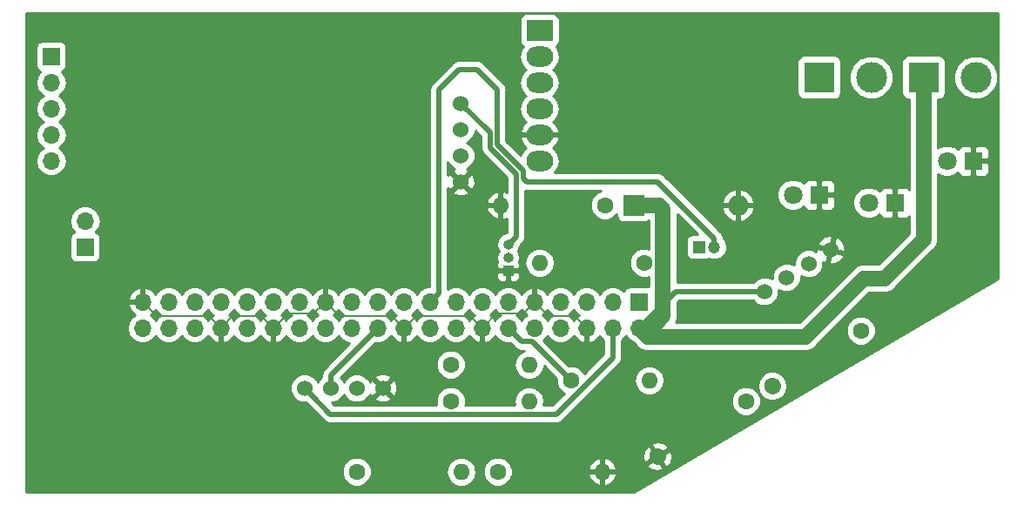
<source format=gbr>
G04 #@! TF.GenerationSoftware,KiCad,Pcbnew,(5.0.2)-1*
G04 #@! TF.CreationDate,2021-03-21T08:53:34+01:00*
G04 #@! TF.ProjectId,Radmesser,5261646d-6573-4736-9572-2e6b69636164,rev?*
G04 #@! TF.SameCoordinates,Original*
G04 #@! TF.FileFunction,Copper,L2,Bot*
G04 #@! TF.FilePolarity,Positive*
%FSLAX46Y46*%
G04 Gerber Fmt 4.6, Leading zero omitted, Abs format (unit mm)*
G04 Created by KiCad (PCBNEW (5.0.2)-1) date 21.03.2021 08:53:34*
%MOMM*%
%LPD*%
G01*
G04 APERTURE LIST*
G04 #@! TA.AperFunction,ComponentPad*
%ADD10C,1.600000*%
G04 #@! TD*
G04 #@! TA.AperFunction,ComponentPad*
%ADD11O,1.600000X1.600000*%
G04 #@! TD*
G04 #@! TA.AperFunction,ComponentPad*
%ADD12C,1.530000*%
G04 #@! TD*
G04 #@! TA.AperFunction,ComponentPad*
%ADD13R,1.800000X1.800000*%
G04 #@! TD*
G04 #@! TA.AperFunction,ComponentPad*
%ADD14C,1.800000*%
G04 #@! TD*
G04 #@! TA.AperFunction,ComponentPad*
%ADD15O,1.000000X1.000000*%
G04 #@! TD*
G04 #@! TA.AperFunction,ComponentPad*
%ADD16R,1.000000X1.000000*%
G04 #@! TD*
G04 #@! TA.AperFunction,ComponentPad*
%ADD17C,1.200000*%
G04 #@! TD*
G04 #@! TA.AperFunction,ComponentPad*
%ADD18R,1.200000X1.200000*%
G04 #@! TD*
G04 #@! TA.AperFunction,Conductor*
%ADD19C,1.600000*%
G04 #@! TD*
G04 #@! TA.AperFunction,ComponentPad*
%ADD20O,2.000000X2.000000*%
G04 #@! TD*
G04 #@! TA.AperFunction,ComponentPad*
%ADD21R,2.000000X2.000000*%
G04 #@! TD*
G04 #@! TA.AperFunction,ComponentPad*
%ADD22O,1.700000X1.700000*%
G04 #@! TD*
G04 #@! TA.AperFunction,ComponentPad*
%ADD23R,1.700000X1.700000*%
G04 #@! TD*
G04 #@! TA.AperFunction,ComponentPad*
%ADD24O,2.600000X2.000000*%
G04 #@! TD*
G04 #@! TA.AperFunction,ComponentPad*
%ADD25R,2.600000X2.000000*%
G04 #@! TD*
G04 #@! TA.AperFunction,ComponentPad*
%ADD26R,3.000000X3.000000*%
G04 #@! TD*
G04 #@! TA.AperFunction,ComponentPad*
%ADD27C,3.000000*%
G04 #@! TD*
G04 #@! TA.AperFunction,Conductor*
%ADD28C,0.200000*%
G04 #@! TD*
G04 #@! TA.AperFunction,Conductor*
%ADD29C,0.500000*%
G04 #@! TD*
G04 #@! TA.AperFunction,Conductor*
%ADD30C,1.500000*%
G04 #@! TD*
G04 #@! TA.AperFunction,Conductor*
%ADD31C,0.254000*%
G04 #@! TD*
G04 APERTURE END LIST*
D10*
G04 #@! TO.P,R6,1*
G04 #@! TO.N,Net-(J1-Pad12)*
X188722000Y-124460000D03*
D11*
G04 #@! TO.P,R6,2*
G04 #@! TO.N,Net-(Dgrun1-Pad2)*
X196342000Y-124460000D03*
G04 #@! TD*
D12*
G04 #@! TO.P,Uvorne1,2*
G04 #@! TO.N,Net-(J1-Pad22)*
X165354000Y-125222000D03*
G04 #@! TO.P,Uvorne1,3*
G04 #@! TO.N,Net-(R4-Pad1)*
X167894000Y-125222000D03*
G04 #@! TO.P,Uvorne1,4*
G04 #@! TO.N,GND*
X170434000Y-125222001D03*
G04 #@! TO.P,Uvorne1,1*
G04 #@! TO.N,Net-(D4-Pad1)*
X162814000Y-125221999D03*
G04 #@! TD*
G04 #@! TO.P,Uhinten2,1*
G04 #@! TO.N,Net-(D4-Pad1)*
X207518938Y-115810994D03*
G04 #@! TO.P,Uhinten2,4*
G04 #@! TO.N,GND*
X213981062Y-111773006D03*
G04 #@! TO.P,Uhinten2,3*
G04 #@! TO.N,Net-(R2-Pad1)*
X211827021Y-113119003D03*
G04 #@! TO.P,Uhinten2,2*
G04 #@! TO.N,Net-(J1-Pad22)*
X209672979Y-114464997D03*
G04 #@! TD*
D13*
G04 #@! TO.P,Drot2,1*
G04 #@! TO.N,GND*
X220218000Y-107188000D03*
D14*
G04 #@! TO.P,Drot2,2*
G04 #@! TO.N,Net-(Drot2-Pad2)*
X217678000Y-107188000D03*
G04 #@! TD*
G04 #@! TO.P,Dgrun1,2*
G04 #@! TO.N,Net-(Dgrun1-Pad2)*
X210312000Y-106426000D03*
D13*
G04 #@! TO.P,Dgrun1,1*
G04 #@! TO.N,GND*
X212852000Y-106426000D03*
G04 #@! TD*
D15*
G04 #@! TO.P,U3,3*
G04 #@! TO.N,Net-(GPS1-Pad1)*
X182626000Y-111252000D03*
G04 #@! TO.P,U3,2*
G04 #@! TO.N,Net-(J1-Pad7)*
X182626000Y-112522000D03*
D16*
G04 #@! TO.P,U3,1*
G04 #@! TO.N,GND*
X182626000Y-113792000D03*
G04 #@! TD*
D17*
G04 #@! TO.P,SW1,2*
G04 #@! TO.N,Net-(J1-Pad17)*
X202668000Y-111506000D03*
D18*
G04 #@! TO.P,SW1,1*
G04 #@! TO.N,Net-(J1-Pad31)*
X201168000Y-111506000D03*
G04 #@! TD*
D10*
G04 #@! TO.P,R1,2*
G04 #@! TO.N,GND*
X197123831Y-131875980D03*
D19*
G04 #@! TD*
G04 #@! TO.N,GND*
G04 #@! TO.C,R1*
X197123831Y-131875980D02*
X197123831Y-131875980D01*
D10*
G04 #@! TO.P,R1,1*
G04 #@! TO.N,Net-(J1-Pad16)*
X205740000Y-126492000D03*
G04 #@! TD*
G04 #@! TO.P,R2,1*
G04 #@! TO.N,Net-(R2-Pad1)*
X216916000Y-119634000D03*
G04 #@! TO.P,R2,2*
G04 #@! TO.N,Net-(J1-Pad16)*
X208299831Y-125017980D03*
D19*
G04 #@! TD*
G04 #@! TO.N,Net-(J1-Pad16)*
G04 #@! TO.C,R2*
X208299831Y-125017980D02*
X208299831Y-125017980D01*
D11*
G04 #@! TO.P,R3,2*
G04 #@! TO.N,GND*
X191770000Y-133350000D03*
D10*
G04 #@! TO.P,R3,1*
G04 #@! TO.N,Net-(J1-Pad18)*
X181610000Y-133350000D03*
G04 #@! TD*
G04 #@! TO.P,R4,1*
G04 #@! TO.N,Net-(R4-Pad1)*
X167894000Y-133350000D03*
D11*
G04 #@! TO.P,R4,2*
G04 #@! TO.N,Net-(J1-Pad18)*
X178054000Y-133350000D03*
G04 #@! TD*
G04 #@! TO.P,R7,2*
G04 #@! TO.N,Net-(J1-Pad7)*
X185674000Y-113030000D03*
D10*
G04 #@! TO.P,R7,1*
G04 #@! TO.N,Net-(GPS1-Pad1)*
X195834000Y-113030000D03*
G04 #@! TD*
G04 #@! TO.P,R8,1*
G04 #@! TO.N,Net-(J1-Pad31)*
X192024000Y-107442000D03*
D11*
G04 #@! TO.P,R8,2*
G04 #@! TO.N,GND*
X181864000Y-107442000D03*
G04 #@! TD*
D14*
G04 #@! TO.P,Dgelb3,2*
G04 #@! TO.N,Net-(Dgelb3-Pad2)*
X225298000Y-103124000D03*
D13*
G04 #@! TO.P,Dgelb3,1*
G04 #@! TO.N,GND*
X227838000Y-103124000D03*
G04 #@! TD*
D11*
G04 #@! TO.P,R5,2*
G04 #@! TO.N,Net-(Drot2-Pad2)*
X184658000Y-126492000D03*
D10*
G04 #@! TO.P,R5,1*
G04 #@! TO.N,Net-(J1-Pad38)*
X177038000Y-126492000D03*
G04 #@! TD*
D11*
G04 #@! TO.P,R9,2*
G04 #@! TO.N,Net-(Dgelb3-Pad2)*
X184658000Y-122936000D03*
D10*
G04 #@! TO.P,R9,1*
G04 #@! TO.N,Net-(J1-Pad36)*
X177038000Y-122936000D03*
G04 #@! TD*
D20*
G04 #@! TO.P,D4,2*
G04 #@! TO.N,GND*
X204978000Y-107442000D03*
D21*
G04 #@! TO.P,D4,1*
G04 #@! TO.N,Net-(D4-Pad1)*
X194818000Y-107442000D03*
G04 #@! TD*
D22*
G04 #@! TO.P,J2,2*
G04 #@! TO.N,Net-(J2-Pad2)*
X141478000Y-108966000D03*
D23*
G04 #@! TO.P,J2,1*
G04 #@! TO.N,Net-(J2-Pad1)*
X141478000Y-111506000D03*
G04 #@! TD*
D12*
G04 #@! TO.P,GPS1,2*
G04 #@! TO.N,Net-(GPS1-Pad2)*
X178000000Y-100076000D03*
G04 #@! TO.P,GPS1,3*
G04 #@! TO.N,Net-(GPS1-Pad3)*
X178000000Y-102616000D03*
G04 #@! TO.P,GPS1,4*
G04 #@! TO.N,GND*
X178000000Y-105156000D03*
G04 #@! TO.P,GPS1,1*
G04 #@! TO.N,Net-(GPS1-Pad1)*
X178000000Y-97536000D03*
G04 #@! TD*
D24*
G04 #@! TO.P,U4,6*
G04 #@! TO.N,Net-(SW2-Pad2)*
X185674000Y-103124000D03*
G04 #@! TO.P,U4,5*
G04 #@! TO.N,GND*
X185674000Y-100584000D03*
G04 #@! TO.P,U4,4*
G04 #@! TO.N,Net-(J3-Pad2)*
X185674000Y-98044000D03*
G04 #@! TO.P,U4,3*
G04 #@! TO.N,Net-(J3-Pad1)*
X185674000Y-95504000D03*
G04 #@! TO.P,U4,2*
G04 #@! TO.N,Net-(J2-Pad2)*
X185674000Y-92964000D03*
D25*
G04 #@! TO.P,U4,1*
G04 #@! TO.N,Net-(J2-Pad1)*
X185674000Y-90424000D03*
G04 #@! TD*
D22*
G04 #@! TO.P,J1,40*
G04 #@! TO.N,Net-(J1-Pad40)*
X147066000Y-119380000D03*
G04 #@! TO.P,J1,39*
G04 #@! TO.N,GND*
X147066000Y-116840000D03*
G04 #@! TO.P,J1,38*
G04 #@! TO.N,Net-(J1-Pad38)*
X149606000Y-119380000D03*
G04 #@! TO.P,J1,37*
G04 #@! TO.N,Net-(J1-Pad37)*
X149606000Y-116840000D03*
G04 #@! TO.P,J1,36*
G04 #@! TO.N,Net-(J1-Pad36)*
X152146000Y-119380000D03*
G04 #@! TO.P,J1,35*
G04 #@! TO.N,Net-(J1-Pad35)*
X152146000Y-116840000D03*
G04 #@! TO.P,J1,34*
G04 #@! TO.N,GND*
X154686000Y-119380000D03*
G04 #@! TO.P,J1,33*
G04 #@! TO.N,Net-(J1-Pad33)*
X154686000Y-116840000D03*
G04 #@! TO.P,J1,32*
G04 #@! TO.N,Net-(J1-Pad32)*
X157226000Y-119380000D03*
G04 #@! TO.P,J1,31*
G04 #@! TO.N,Net-(J1-Pad31)*
X157226000Y-116840000D03*
G04 #@! TO.P,J1,30*
G04 #@! TO.N,GND*
X159766000Y-119380000D03*
G04 #@! TO.P,J1,29*
G04 #@! TO.N,Net-(J1-Pad29)*
X159766000Y-116840000D03*
G04 #@! TO.P,J1,28*
G04 #@! TO.N,Net-(J1-Pad28)*
X162306000Y-119380000D03*
G04 #@! TO.P,J1,27*
G04 #@! TO.N,Net-(J1-Pad27)*
X162306000Y-116840000D03*
G04 #@! TO.P,J1,26*
G04 #@! TO.N,Net-(J1-Pad26)*
X164846000Y-119380000D03*
G04 #@! TO.P,J1,25*
G04 #@! TO.N,GND*
X164846000Y-116840000D03*
G04 #@! TO.P,J1,24*
G04 #@! TO.N,Net-(J1-Pad24)*
X167386000Y-119380000D03*
G04 #@! TO.P,J1,23*
G04 #@! TO.N,Net-(J1-Pad23)*
X167386000Y-116840000D03*
G04 #@! TO.P,J1,22*
G04 #@! TO.N,Net-(J1-Pad22)*
X169926000Y-119380000D03*
G04 #@! TO.P,J1,21*
G04 #@! TO.N,Net-(J1-Pad21)*
X169926000Y-116840000D03*
G04 #@! TO.P,J1,20*
G04 #@! TO.N,GND*
X172466000Y-119380000D03*
G04 #@! TO.P,J1,19*
G04 #@! TO.N,Net-(J1-Pad19)*
X172466000Y-116840000D03*
G04 #@! TO.P,J1,18*
G04 #@! TO.N,Net-(J1-Pad18)*
X175006000Y-119380000D03*
G04 #@! TO.P,J1,17*
G04 #@! TO.N,Net-(J1-Pad17)*
X175006000Y-116840000D03*
G04 #@! TO.P,J1,16*
G04 #@! TO.N,Net-(J1-Pad16)*
X177546000Y-119380000D03*
G04 #@! TO.P,J1,15*
G04 #@! TO.N,Net-(J1-Pad15)*
X177546000Y-116840000D03*
G04 #@! TO.P,J1,14*
G04 #@! TO.N,GND*
X180086000Y-119380000D03*
G04 #@! TO.P,J1,13*
G04 #@! TO.N,Net-(J1-Pad13)*
X180086000Y-116840000D03*
G04 #@! TO.P,J1,12*
G04 #@! TO.N,Net-(J1-Pad12)*
X182626000Y-119380000D03*
G04 #@! TO.P,J1,11*
G04 #@! TO.N,Net-(J1-Pad11)*
X182626000Y-116840000D03*
G04 #@! TO.P,J1,10*
G04 #@! TO.N,Net-(GPS1-Pad3)*
X185166000Y-119380000D03*
G04 #@! TO.P,J1,9*
G04 #@! TO.N,GND*
X185166000Y-116840000D03*
G04 #@! TO.P,J1,8*
G04 #@! TO.N,Net-(GPS1-Pad2)*
X187706000Y-119380000D03*
G04 #@! TO.P,J1,7*
G04 #@! TO.N,Net-(J1-Pad7)*
X187706000Y-116840000D03*
G04 #@! TO.P,J1,6*
G04 #@! TO.N,GND*
X190246000Y-119380000D03*
G04 #@! TO.P,J1,5*
G04 #@! TO.N,Net-(J1-Pad5)*
X190246000Y-116840000D03*
G04 #@! TO.P,J1,4*
G04 #@! TO.N,Net-(D4-Pad1)*
X192786000Y-119380000D03*
G04 #@! TO.P,J1,3*
G04 #@! TO.N,Net-(J1-Pad3)*
X192786000Y-116840000D03*
G04 #@! TO.P,J1,2*
G04 #@! TO.N,Net-(D4-Pad1)*
X195326000Y-119380000D03*
D23*
G04 #@! TO.P,J1,1*
G04 #@! TO.N,Net-(GPS1-Pad1)*
X195326000Y-116840000D03*
G04 #@! TD*
D26*
G04 #@! TO.P,J3,1*
G04 #@! TO.N,Net-(J3-Pad1)*
X212852000Y-94996000D03*
D27*
G04 #@! TO.P,J3,2*
G04 #@! TO.N,Net-(J3-Pad2)*
X217932000Y-94996000D03*
G04 #@! TD*
G04 #@! TO.P,SW2,2*
G04 #@! TO.N,Net-(SW2-Pad2)*
X228092000Y-94996000D03*
D26*
G04 #@! TO.P,SW2,1*
G04 #@! TO.N,Net-(D4-Pad1)*
X223012000Y-94996000D03*
G04 #@! TD*
D22*
G04 #@! TO.P,J4,5*
G04 #@! TO.N,Net-(J2-Pad2)*
X138176000Y-103124000D03*
G04 #@! TO.P,J4,4*
G04 #@! TO.N,Net-(J4-Pad4)*
X138176000Y-100584000D03*
G04 #@! TO.P,J4,3*
G04 #@! TO.N,Net-(J4-Pad3)*
X138176000Y-98044000D03*
G04 #@! TO.P,J4,2*
G04 #@! TO.N,Net-(J4-Pad2)*
X138176000Y-95504000D03*
D23*
G04 #@! TO.P,J4,1*
G04 #@! TO.N,Net-(J2-Pad1)*
X138176000Y-92964000D03*
G04 #@! TD*
D28*
G04 #@! TO.N,GND*
X184316001Y-117689999D02*
X185166000Y-116840000D01*
X184015999Y-117990001D02*
X184316001Y-117689999D01*
X181475999Y-117990001D02*
X184015999Y-117990001D01*
X180086000Y-119380000D02*
X181475999Y-117990001D01*
X189396001Y-118530001D02*
X190246000Y-119380000D01*
X189095999Y-118229999D02*
X189396001Y-118530001D01*
X186555999Y-118229999D02*
X189095999Y-118229999D01*
X185166000Y-116840000D02*
X186555999Y-118229999D01*
X173315999Y-118530001D02*
X172466000Y-119380000D01*
X173616001Y-118229999D02*
X173315999Y-118530001D01*
X178935999Y-118229999D02*
X173616001Y-118229999D01*
X180086000Y-119380000D02*
X178935999Y-118229999D01*
X171616001Y-118530001D02*
X172466000Y-119380000D01*
X171315999Y-118229999D02*
X171616001Y-118530001D01*
X166235999Y-118229999D02*
X171315999Y-118229999D01*
X164846000Y-116840000D02*
X166235999Y-118229999D01*
X160615999Y-118530001D02*
X159766000Y-119380000D01*
X161155999Y-117990001D02*
X160615999Y-118530001D01*
X163695999Y-117990001D02*
X161155999Y-117990001D01*
X164846000Y-116840000D02*
X163695999Y-117990001D01*
X158916001Y-118530001D02*
X159766000Y-119380000D01*
X158615999Y-118229999D02*
X158916001Y-118530001D01*
X155836001Y-118229999D02*
X158615999Y-118229999D01*
X154686000Y-119380000D02*
X155836001Y-118229999D01*
X153836001Y-118530001D02*
X154686000Y-119380000D01*
X153535999Y-118229999D02*
X153836001Y-118530001D01*
X148455999Y-118229999D02*
X153535999Y-118229999D01*
X147066000Y-116840000D02*
X148455999Y-118229999D01*
D29*
G04 #@! TO.N,Net-(GPS1-Pad1)*
X180848000Y-101854000D02*
X183388000Y-104394000D01*
X183388000Y-110490000D02*
X182626000Y-111252000D01*
X183388000Y-104394000D02*
X183388000Y-110490000D01*
X180848000Y-100384000D02*
X180848000Y-101854000D01*
X178000000Y-97536000D02*
X180848000Y-100384000D01*
G04 #@! TO.N,Net-(J1-Pad22)*
X165354000Y-123952000D02*
X169926000Y-119380000D01*
X165354000Y-125222000D02*
X165354000Y-123952000D01*
G04 #@! TO.N,Net-(J1-Pad12)*
X187922001Y-123660001D02*
X188722000Y-124460000D01*
X184942001Y-120680001D02*
X187922001Y-123660001D01*
X183926001Y-120680001D02*
X184942001Y-120680001D01*
X182626000Y-119380000D02*
X183926001Y-120680001D01*
G04 #@! TO.N,Net-(J1-Pad17)*
X202668000Y-110657472D02*
X202668000Y-111506000D01*
X184088010Y-104840010D02*
X184404000Y-105156000D01*
X197166528Y-105156000D02*
X202668000Y-110657472D01*
X184088010Y-104104048D02*
X184088010Y-104840010D01*
X181548010Y-101564048D02*
X184088010Y-104104048D01*
X184404000Y-105156000D02*
X197166528Y-105156000D01*
X175006000Y-116840000D02*
X175855999Y-115990001D01*
X175855999Y-96178001D02*
X177800000Y-94234000D01*
X177800000Y-94234000D02*
X179578000Y-94234000D01*
X179578000Y-94234000D02*
X181548010Y-96204010D01*
X175855999Y-115990001D02*
X175855999Y-96178001D01*
X181548010Y-96204010D02*
X181548010Y-101564048D01*
G04 #@! TO.N,Net-(D4-Pad1)*
X198895006Y-115810994D02*
X195326000Y-119380000D01*
X207518938Y-115810994D02*
X198895006Y-115810994D01*
X163578999Y-125986998D02*
X162814000Y-125221999D01*
X165334002Y-127742001D02*
X163578999Y-125986998D01*
X187290001Y-127742001D02*
X165334002Y-127742001D01*
X192786000Y-122246002D02*
X187290001Y-127742001D01*
X192786000Y-119380000D02*
X192786000Y-122246002D01*
D30*
X196528081Y-119380000D02*
X195326000Y-119380000D01*
X197684001Y-118224080D02*
X196528081Y-119380000D01*
X197684001Y-107808001D02*
X197684001Y-118224080D01*
X197318000Y-107442000D02*
X197684001Y-107808001D01*
X194818000Y-107442000D02*
X197318000Y-107442000D01*
X196175999Y-120229999D02*
X195326000Y-119380000D01*
X211494001Y-120229999D02*
X196175999Y-120229999D01*
X217170000Y-114554000D02*
X211494001Y-120229999D01*
X219202000Y-114554000D02*
X217170000Y-114554000D01*
X223012000Y-94996000D02*
X223012000Y-110744000D01*
X223012000Y-110744000D02*
X219202000Y-114554000D01*
G04 #@! TD*
D31*
G04 #@! TO.N,GND*
G36*
X230265000Y-114606781D02*
X194808053Y-135290000D01*
X135710000Y-135290000D01*
X135710000Y-133064561D01*
X166459000Y-133064561D01*
X166459000Y-133635439D01*
X166677466Y-134162862D01*
X167081138Y-134566534D01*
X167608561Y-134785000D01*
X168179439Y-134785000D01*
X168706862Y-134566534D01*
X169110534Y-134162862D01*
X169329000Y-133635439D01*
X169329000Y-133350000D01*
X176590887Y-133350000D01*
X176702260Y-133909909D01*
X177019423Y-134384577D01*
X177494091Y-134701740D01*
X177912667Y-134785000D01*
X178195333Y-134785000D01*
X178613909Y-134701740D01*
X179088577Y-134384577D01*
X179405740Y-133909909D01*
X179517113Y-133350000D01*
X179460336Y-133064561D01*
X180175000Y-133064561D01*
X180175000Y-133635439D01*
X180393466Y-134162862D01*
X180797138Y-134566534D01*
X181324561Y-134785000D01*
X181895439Y-134785000D01*
X182422862Y-134566534D01*
X182826534Y-134162862D01*
X183018655Y-133699039D01*
X190378096Y-133699039D01*
X190538959Y-134087423D01*
X190914866Y-134502389D01*
X191420959Y-134741914D01*
X191643000Y-134620629D01*
X191643000Y-133477000D01*
X191897000Y-133477000D01*
X191897000Y-134620629D01*
X192119041Y-134741914D01*
X192625134Y-134502389D01*
X193001041Y-134087423D01*
X193161904Y-133699039D01*
X193039915Y-133477000D01*
X191897000Y-133477000D01*
X191643000Y-133477000D01*
X190500085Y-133477000D01*
X190378096Y-133699039D01*
X183018655Y-133699039D01*
X183045000Y-133635439D01*
X183045000Y-133064561D01*
X183018656Y-133000961D01*
X190378096Y-133000961D01*
X190500085Y-133223000D01*
X191643000Y-133223000D01*
X191643000Y-132079371D01*
X191897000Y-132079371D01*
X191897000Y-133223000D01*
X193039915Y-133223000D01*
X193161904Y-133000961D01*
X193019290Y-132656635D01*
X196114182Y-132656635D01*
X196128392Y-132909579D01*
X196470624Y-133153703D01*
X197009309Y-133306413D01*
X197565429Y-133241354D01*
X197689460Y-133020834D01*
X197083429Y-132050982D01*
X196114182Y-132656635D01*
X193019290Y-132656635D01*
X193001041Y-132612577D01*
X192625134Y-132197611D01*
X192119041Y-131958086D01*
X191897000Y-132079371D01*
X191643000Y-132079371D01*
X191420959Y-131958086D01*
X190914866Y-132197611D01*
X190538959Y-132612577D01*
X190378096Y-133000961D01*
X183018656Y-133000961D01*
X182826534Y-132537138D01*
X182422862Y-132133466D01*
X181895439Y-131915000D01*
X181324561Y-131915000D01*
X180797138Y-132133466D01*
X180393466Y-132537138D01*
X180175000Y-133064561D01*
X179460336Y-133064561D01*
X179405740Y-132790091D01*
X179088577Y-132315423D01*
X178613909Y-131998260D01*
X178195333Y-131915000D01*
X177912667Y-131915000D01*
X177494091Y-131998260D01*
X177019423Y-132315423D01*
X176702260Y-132790091D01*
X176590887Y-133350000D01*
X169329000Y-133350000D01*
X169329000Y-133064561D01*
X169110534Y-132537138D01*
X168706862Y-132133466D01*
X168179439Y-131915000D01*
X167608561Y-131915000D01*
X167081138Y-132133466D01*
X166677466Y-132537138D01*
X166459000Y-133064561D01*
X135710000Y-133064561D01*
X135710000Y-131902962D01*
X195689074Y-131902962D01*
X195758467Y-132317575D01*
X195979582Y-132441230D01*
X196819515Y-131916382D01*
X197298833Y-131916382D01*
X197904864Y-132886235D01*
X198157437Y-132871426D01*
X198459699Y-132400109D01*
X198558588Y-131848998D01*
X198489195Y-131434385D01*
X198268080Y-131310730D01*
X197298833Y-131916382D01*
X196819515Y-131916382D01*
X196948829Y-131835578D01*
X196342798Y-130865725D01*
X196090225Y-130880534D01*
X195787963Y-131351851D01*
X195689074Y-131902962D01*
X135710000Y-131902962D01*
X135710000Y-130731126D01*
X196558202Y-130731126D01*
X197164233Y-131700978D01*
X198133480Y-131095325D01*
X198119270Y-130842381D01*
X197777038Y-130598257D01*
X197238353Y-130445547D01*
X196682233Y-130510606D01*
X196558202Y-130731126D01*
X135710000Y-130731126D01*
X135710000Y-119380000D01*
X145551908Y-119380000D01*
X145667161Y-119959418D01*
X145995375Y-120450625D01*
X146486582Y-120778839D01*
X146919744Y-120865000D01*
X147212256Y-120865000D01*
X147645418Y-120778839D01*
X148136625Y-120450625D01*
X148336000Y-120152239D01*
X148535375Y-120450625D01*
X149026582Y-120778839D01*
X149459744Y-120865000D01*
X149752256Y-120865000D01*
X150185418Y-120778839D01*
X150676625Y-120450625D01*
X150876000Y-120152239D01*
X151075375Y-120450625D01*
X151566582Y-120778839D01*
X151999744Y-120865000D01*
X152292256Y-120865000D01*
X152725418Y-120778839D01*
X153216625Y-120450625D01*
X153429843Y-120131522D01*
X153490817Y-120261358D01*
X153919076Y-120651645D01*
X154329110Y-120821476D01*
X154559000Y-120700155D01*
X154559000Y-119507000D01*
X154539000Y-119507000D01*
X154539000Y-119253000D01*
X154559000Y-119253000D01*
X154559000Y-119233000D01*
X154813000Y-119233000D01*
X154813000Y-119253000D01*
X154833000Y-119253000D01*
X154833000Y-119507000D01*
X154813000Y-119507000D01*
X154813000Y-120700155D01*
X155042890Y-120821476D01*
X155452924Y-120651645D01*
X155881183Y-120261358D01*
X155942157Y-120131522D01*
X156155375Y-120450625D01*
X156646582Y-120778839D01*
X157079744Y-120865000D01*
X157372256Y-120865000D01*
X157805418Y-120778839D01*
X158296625Y-120450625D01*
X158509843Y-120131522D01*
X158570817Y-120261358D01*
X158999076Y-120651645D01*
X159409110Y-120821476D01*
X159639000Y-120700155D01*
X159639000Y-119507000D01*
X159619000Y-119507000D01*
X159619000Y-119253000D01*
X159639000Y-119253000D01*
X159639000Y-119233000D01*
X159893000Y-119233000D01*
X159893000Y-119253000D01*
X159913000Y-119253000D01*
X159913000Y-119507000D01*
X159893000Y-119507000D01*
X159893000Y-120700155D01*
X160122890Y-120821476D01*
X160532924Y-120651645D01*
X160961183Y-120261358D01*
X161022157Y-120131522D01*
X161235375Y-120450625D01*
X161726582Y-120778839D01*
X162159744Y-120865000D01*
X162452256Y-120865000D01*
X162885418Y-120778839D01*
X163376625Y-120450625D01*
X163576000Y-120152239D01*
X163775375Y-120450625D01*
X164266582Y-120778839D01*
X164699744Y-120865000D01*
X164992256Y-120865000D01*
X165425418Y-120778839D01*
X165916625Y-120450625D01*
X166116000Y-120152239D01*
X166315375Y-120450625D01*
X166806582Y-120778839D01*
X167197770Y-120856651D01*
X164789845Y-123264577D01*
X164715952Y-123313951D01*
X164666578Y-123387844D01*
X164666576Y-123387846D01*
X164520348Y-123606691D01*
X164451663Y-123952000D01*
X164469001Y-124039165D01*
X164469001Y-124127099D01*
X164167137Y-124428963D01*
X164084000Y-124629674D01*
X164000863Y-124428962D01*
X163607037Y-124035136D01*
X163092477Y-123821999D01*
X162535523Y-123821999D01*
X162020963Y-124035136D01*
X161627137Y-124428962D01*
X161414000Y-124943522D01*
X161414000Y-125500476D01*
X161627137Y-126015036D01*
X162020963Y-126408862D01*
X162535523Y-126621999D01*
X162962421Y-126621999D01*
X163014844Y-126674422D01*
X163014847Y-126674424D01*
X164646579Y-128306157D01*
X164695953Y-128380050D01*
X164769846Y-128429424D01*
X164769847Y-128429425D01*
X164825588Y-128466670D01*
X164988692Y-128575653D01*
X165246837Y-128627001D01*
X165246842Y-128627001D01*
X165334001Y-128644338D01*
X165421161Y-128627001D01*
X187202840Y-128627001D01*
X187290001Y-128644338D01*
X187377162Y-128627001D01*
X187377166Y-128627001D01*
X187635311Y-128575653D01*
X187928050Y-128380050D01*
X187977426Y-128306154D01*
X190077019Y-126206561D01*
X204305000Y-126206561D01*
X204305000Y-126777439D01*
X204523466Y-127304862D01*
X204927138Y-127708534D01*
X205454561Y-127927000D01*
X206025439Y-127927000D01*
X206552862Y-127708534D01*
X206956534Y-127304862D01*
X207175000Y-126777439D01*
X207175000Y-126206561D01*
X206956534Y-125679138D01*
X206552862Y-125275466D01*
X206025439Y-125057000D01*
X205454561Y-125057000D01*
X204927138Y-125275466D01*
X204523466Y-125679138D01*
X204305000Y-126206561D01*
X190077019Y-126206561D01*
X191823580Y-124460000D01*
X194878887Y-124460000D01*
X194990260Y-125019909D01*
X195307423Y-125494577D01*
X195782091Y-125811740D01*
X196200667Y-125895000D01*
X196483333Y-125895000D01*
X196901909Y-125811740D01*
X197376577Y-125494577D01*
X197693740Y-125019909D01*
X197694123Y-125017980D01*
X206836718Y-125017980D01*
X206948091Y-125577889D01*
X207265254Y-126052557D01*
X207739922Y-126369720D01*
X208158498Y-126452980D01*
X208441164Y-126452980D01*
X208859740Y-126369720D01*
X209334408Y-126052557D01*
X209651571Y-125577889D01*
X209762944Y-125017980D01*
X209651571Y-124458071D01*
X209334408Y-123983403D01*
X208859740Y-123666240D01*
X208441164Y-123582980D01*
X208158498Y-123582980D01*
X207739922Y-123666240D01*
X207265254Y-123983403D01*
X206948091Y-124458071D01*
X206836718Y-125017980D01*
X197694123Y-125017980D01*
X197805113Y-124460000D01*
X197693740Y-123900091D01*
X197376577Y-123425423D01*
X196901909Y-123108260D01*
X196483333Y-123025000D01*
X196200667Y-123025000D01*
X195782091Y-123108260D01*
X195307423Y-123425423D01*
X194990260Y-123900091D01*
X194878887Y-124460000D01*
X191823580Y-124460000D01*
X193350156Y-122933425D01*
X193424049Y-122884051D01*
X193619652Y-122591312D01*
X193671000Y-122333167D01*
X193671000Y-122333163D01*
X193688337Y-122246003D01*
X193671000Y-122158843D01*
X193671000Y-120574656D01*
X193856625Y-120450625D01*
X194056000Y-120152239D01*
X194255375Y-120450625D01*
X194746582Y-120778839D01*
X194771014Y-120783699D01*
X195100199Y-121112884D01*
X195177470Y-121228528D01*
X195635599Y-121534640D01*
X196039592Y-121614999D01*
X196175998Y-121642132D01*
X196312404Y-121614999D01*
X211357594Y-121614999D01*
X211494001Y-121642132D01*
X211630408Y-121614999D01*
X212034401Y-121534640D01*
X212492530Y-121228528D01*
X212569800Y-121112885D01*
X214334124Y-119348561D01*
X215481000Y-119348561D01*
X215481000Y-119919439D01*
X215699466Y-120446862D01*
X216103138Y-120850534D01*
X216630561Y-121069000D01*
X217201439Y-121069000D01*
X217728862Y-120850534D01*
X218132534Y-120446862D01*
X218351000Y-119919439D01*
X218351000Y-119348561D01*
X218132534Y-118821138D01*
X217728862Y-118417466D01*
X217201439Y-118199000D01*
X216630561Y-118199000D01*
X216103138Y-118417466D01*
X215699466Y-118821138D01*
X215481000Y-119348561D01*
X214334124Y-119348561D01*
X217743686Y-115939000D01*
X219065593Y-115939000D01*
X219202000Y-115966133D01*
X219338407Y-115939000D01*
X219742400Y-115858641D01*
X220200529Y-115552529D01*
X220277799Y-115436886D01*
X223894888Y-111819798D01*
X224010529Y-111742529D01*
X224316641Y-111284400D01*
X224397000Y-110880407D01*
X224424133Y-110744000D01*
X224397000Y-110607593D01*
X224397000Y-104393817D01*
X224428493Y-104425310D01*
X224992670Y-104659000D01*
X225603330Y-104659000D01*
X226167507Y-104425310D01*
X226343861Y-104248956D01*
X226399673Y-104383699D01*
X226578302Y-104562327D01*
X226811691Y-104659000D01*
X227552250Y-104659000D01*
X227711000Y-104500250D01*
X227711000Y-103251000D01*
X227965000Y-103251000D01*
X227965000Y-104500250D01*
X228123750Y-104659000D01*
X228864309Y-104659000D01*
X229097698Y-104562327D01*
X229276327Y-104383699D01*
X229373000Y-104150310D01*
X229373000Y-103409750D01*
X229214250Y-103251000D01*
X227965000Y-103251000D01*
X227711000Y-103251000D01*
X227691000Y-103251000D01*
X227691000Y-102997000D01*
X227711000Y-102997000D01*
X227711000Y-101747750D01*
X227965000Y-101747750D01*
X227965000Y-102997000D01*
X229214250Y-102997000D01*
X229373000Y-102838250D01*
X229373000Y-102097690D01*
X229276327Y-101864301D01*
X229097698Y-101685673D01*
X228864309Y-101589000D01*
X228123750Y-101589000D01*
X227965000Y-101747750D01*
X227711000Y-101747750D01*
X227552250Y-101589000D01*
X226811691Y-101589000D01*
X226578302Y-101685673D01*
X226399673Y-101864301D01*
X226343861Y-101999044D01*
X226167507Y-101822690D01*
X225603330Y-101589000D01*
X224992670Y-101589000D01*
X224428493Y-101822690D01*
X224397000Y-101854183D01*
X224397000Y-97143440D01*
X224512000Y-97143440D01*
X224759765Y-97094157D01*
X224969809Y-96953809D01*
X225110157Y-96743765D01*
X225159440Y-96496000D01*
X225159440Y-94571322D01*
X225957000Y-94571322D01*
X225957000Y-95420678D01*
X226282034Y-96205380D01*
X226882620Y-96805966D01*
X227667322Y-97131000D01*
X228516678Y-97131000D01*
X229301380Y-96805966D01*
X229901966Y-96205380D01*
X230227000Y-95420678D01*
X230227000Y-94571322D01*
X229901966Y-93786620D01*
X229301380Y-93186034D01*
X228516678Y-92861000D01*
X227667322Y-92861000D01*
X226882620Y-93186034D01*
X226282034Y-93786620D01*
X225957000Y-94571322D01*
X225159440Y-94571322D01*
X225159440Y-93496000D01*
X225110157Y-93248235D01*
X224969809Y-93038191D01*
X224759765Y-92897843D01*
X224512000Y-92848560D01*
X221512000Y-92848560D01*
X221264235Y-92897843D01*
X221054191Y-93038191D01*
X220913843Y-93248235D01*
X220864560Y-93496000D01*
X220864560Y-96496000D01*
X220913843Y-96743765D01*
X221054191Y-96953809D01*
X221264235Y-97094157D01*
X221512000Y-97143440D01*
X221627000Y-97143440D01*
X221627001Y-105898975D01*
X221477698Y-105749673D01*
X221244309Y-105653000D01*
X220503750Y-105653000D01*
X220345000Y-105811750D01*
X220345000Y-107061000D01*
X220365000Y-107061000D01*
X220365000Y-107315000D01*
X220345000Y-107315000D01*
X220345000Y-108564250D01*
X220503750Y-108723000D01*
X221244309Y-108723000D01*
X221477698Y-108626327D01*
X221627001Y-108477025D01*
X221627001Y-110170313D01*
X218628315Y-113169000D01*
X217306407Y-113169000D01*
X217170000Y-113141867D01*
X217033593Y-113169000D01*
X216629600Y-113249359D01*
X216171471Y-113555471D01*
X216094202Y-113671112D01*
X210920316Y-118844999D01*
X198934841Y-118844999D01*
X198988642Y-118764480D01*
X199069001Y-118360487D01*
X199096134Y-118224080D01*
X199069001Y-118087673D01*
X199069001Y-116888578D01*
X199261585Y-116695994D01*
X206424038Y-116695994D01*
X206725901Y-116997857D01*
X207240461Y-117210994D01*
X207797415Y-117210994D01*
X208311975Y-116997857D01*
X208705801Y-116604031D01*
X208918938Y-116089471D01*
X208918938Y-115668013D01*
X209394502Y-115864997D01*
X209951456Y-115864997D01*
X210466016Y-115651860D01*
X210859842Y-115258034D01*
X211072979Y-114743474D01*
X211072979Y-114322018D01*
X211548544Y-114519003D01*
X212105498Y-114519003D01*
X212620058Y-114305866D01*
X213013884Y-113912040D01*
X213227021Y-113397480D01*
X213227021Y-112969713D01*
X213330706Y-113043671D01*
X213373239Y-113031527D01*
X213820850Y-113031527D01*
X214008575Y-113200169D01*
X214552633Y-113081004D01*
X215009674Y-112762708D01*
X215251727Y-112423362D01*
X215182445Y-112180708D01*
X214076238Y-111925320D01*
X213820850Y-113031527D01*
X213373239Y-113031527D01*
X213573360Y-112974389D01*
X213757685Y-112175991D01*
X213966921Y-111966755D01*
X213787313Y-111787147D01*
X213729249Y-111845211D01*
X213004243Y-111677830D01*
X214133376Y-111677830D01*
X215239583Y-111933218D01*
X215408225Y-111745493D01*
X215289060Y-111201435D01*
X214970764Y-110744394D01*
X214631418Y-110502341D01*
X214388764Y-110571623D01*
X214133376Y-111677830D01*
X213004243Y-111677830D01*
X212722541Y-111612794D01*
X212553899Y-111800519D01*
X212579003Y-111915135D01*
X212105498Y-111719003D01*
X211548544Y-111719003D01*
X211033984Y-111932140D01*
X210640158Y-112325966D01*
X210427021Y-112840526D01*
X210427021Y-113261982D01*
X209951456Y-113064997D01*
X209394502Y-113064997D01*
X208879942Y-113278134D01*
X208486116Y-113671960D01*
X208272979Y-114186520D01*
X208272979Y-114607978D01*
X207797415Y-114410994D01*
X207240461Y-114410994D01*
X206725901Y-114624131D01*
X206424038Y-114925994D01*
X199069001Y-114925994D01*
X199069001Y-108310051D01*
X201017509Y-110258560D01*
X200568000Y-110258560D01*
X200320235Y-110307843D01*
X200110191Y-110448191D01*
X199969843Y-110658235D01*
X199920560Y-110906000D01*
X199920560Y-112106000D01*
X199969843Y-112353765D01*
X200110191Y-112563809D01*
X200320235Y-112704157D01*
X200568000Y-112753440D01*
X201768000Y-112753440D01*
X202015765Y-112704157D01*
X202137317Y-112622938D01*
X202422343Y-112741000D01*
X202913657Y-112741000D01*
X203367571Y-112552982D01*
X203714982Y-112205571D01*
X203903000Y-111751657D01*
X203903000Y-111260343D01*
X203845966Y-111122650D01*
X212710397Y-111122650D01*
X212779679Y-111365304D01*
X213885886Y-111620692D01*
X214141274Y-110514485D01*
X213953549Y-110345843D01*
X213409491Y-110465008D01*
X212952450Y-110783304D01*
X212710397Y-111122650D01*
X203845966Y-111122650D01*
X203714982Y-110806429D01*
X203569621Y-110661068D01*
X203570337Y-110657471D01*
X203553000Y-110570311D01*
X203553000Y-110570307D01*
X203501652Y-110312162D01*
X203306049Y-110019423D01*
X203232156Y-109970049D01*
X201084541Y-107822434D01*
X203387876Y-107822434D01*
X203584598Y-108297385D01*
X204018006Y-108765505D01*
X204597565Y-109032133D01*
X204851000Y-108913319D01*
X204851000Y-107569000D01*
X205105000Y-107569000D01*
X205105000Y-108913319D01*
X205358435Y-109032133D01*
X205937994Y-108765505D01*
X206371402Y-108297385D01*
X206568124Y-107822434D01*
X206448777Y-107569000D01*
X205105000Y-107569000D01*
X204851000Y-107569000D01*
X203507223Y-107569000D01*
X203387876Y-107822434D01*
X201084541Y-107822434D01*
X200323673Y-107061566D01*
X203387876Y-107061566D01*
X203507223Y-107315000D01*
X204851000Y-107315000D01*
X204851000Y-105970681D01*
X205105000Y-105970681D01*
X205105000Y-107315000D01*
X206448777Y-107315000D01*
X206568124Y-107061566D01*
X206371402Y-106586615D01*
X205940008Y-106120670D01*
X208777000Y-106120670D01*
X208777000Y-106731330D01*
X209010690Y-107295507D01*
X209442493Y-107727310D01*
X210006670Y-107961000D01*
X210617330Y-107961000D01*
X211181507Y-107727310D01*
X211357861Y-107550956D01*
X211413673Y-107685699D01*
X211592302Y-107864327D01*
X211825691Y-107961000D01*
X212566250Y-107961000D01*
X212725000Y-107802250D01*
X212725000Y-106553000D01*
X212979000Y-106553000D01*
X212979000Y-107802250D01*
X213137750Y-107961000D01*
X213878309Y-107961000D01*
X214111698Y-107864327D01*
X214290327Y-107685699D01*
X214387000Y-107452310D01*
X214387000Y-106882670D01*
X216143000Y-106882670D01*
X216143000Y-107493330D01*
X216376690Y-108057507D01*
X216808493Y-108489310D01*
X217372670Y-108723000D01*
X217983330Y-108723000D01*
X218547507Y-108489310D01*
X218723861Y-108312956D01*
X218779673Y-108447699D01*
X218958302Y-108626327D01*
X219191691Y-108723000D01*
X219932250Y-108723000D01*
X220091000Y-108564250D01*
X220091000Y-107315000D01*
X220071000Y-107315000D01*
X220071000Y-107061000D01*
X220091000Y-107061000D01*
X220091000Y-105811750D01*
X219932250Y-105653000D01*
X219191691Y-105653000D01*
X218958302Y-105749673D01*
X218779673Y-105928301D01*
X218723861Y-106063044D01*
X218547507Y-105886690D01*
X217983330Y-105653000D01*
X217372670Y-105653000D01*
X216808493Y-105886690D01*
X216376690Y-106318493D01*
X216143000Y-106882670D01*
X214387000Y-106882670D01*
X214387000Y-106711750D01*
X214228250Y-106553000D01*
X212979000Y-106553000D01*
X212725000Y-106553000D01*
X212705000Y-106553000D01*
X212705000Y-106299000D01*
X212725000Y-106299000D01*
X212725000Y-105049750D01*
X212979000Y-105049750D01*
X212979000Y-106299000D01*
X214228250Y-106299000D01*
X214387000Y-106140250D01*
X214387000Y-105399690D01*
X214290327Y-105166301D01*
X214111698Y-104987673D01*
X213878309Y-104891000D01*
X213137750Y-104891000D01*
X212979000Y-105049750D01*
X212725000Y-105049750D01*
X212566250Y-104891000D01*
X211825691Y-104891000D01*
X211592302Y-104987673D01*
X211413673Y-105166301D01*
X211357861Y-105301044D01*
X211181507Y-105124690D01*
X210617330Y-104891000D01*
X210006670Y-104891000D01*
X209442493Y-105124690D01*
X209010690Y-105556493D01*
X208777000Y-106120670D01*
X205940008Y-106120670D01*
X205937994Y-106118495D01*
X205358435Y-105851867D01*
X205105000Y-105970681D01*
X204851000Y-105970681D01*
X204597565Y-105851867D01*
X204018006Y-106118495D01*
X203584598Y-106586615D01*
X203387876Y-107061566D01*
X200323673Y-107061566D01*
X197853952Y-104591846D01*
X197804577Y-104517951D01*
X197511838Y-104322348D01*
X197253693Y-104271000D01*
X197253689Y-104271000D01*
X197166528Y-104253663D01*
X197079367Y-104271000D01*
X187173996Y-104271000D01*
X187514136Y-103761945D01*
X187641031Y-103124000D01*
X187514136Y-102486055D01*
X187152769Y-101945231D01*
X186986371Y-101834048D01*
X187219922Y-101650317D01*
X187533144Y-101092355D01*
X187564124Y-100964434D01*
X187444777Y-100711000D01*
X185801000Y-100711000D01*
X185801000Y-100731000D01*
X185547000Y-100731000D01*
X185547000Y-100711000D01*
X183903223Y-100711000D01*
X183783876Y-100964434D01*
X183814856Y-101092355D01*
X184128078Y-101650317D01*
X184361629Y-101834048D01*
X184195231Y-101945231D01*
X183833864Y-102486055D01*
X183815237Y-102579697D01*
X182433010Y-101197470D01*
X182433010Y-96291171D01*
X182450347Y-96204010D01*
X182433010Y-96116849D01*
X182433010Y-96116845D01*
X182381662Y-95858700D01*
X182186059Y-95565961D01*
X182112166Y-95516587D01*
X180265425Y-93669847D01*
X180216049Y-93595951D01*
X179923310Y-93400348D01*
X179665165Y-93349000D01*
X179665161Y-93349000D01*
X179578000Y-93331663D01*
X179490839Y-93349000D01*
X177887161Y-93349000D01*
X177800000Y-93331663D01*
X177712839Y-93349000D01*
X177712835Y-93349000D01*
X177454690Y-93400348D01*
X177235845Y-93546576D01*
X177235844Y-93546577D01*
X177161951Y-93595951D01*
X177112577Y-93669844D01*
X175291844Y-95490578D01*
X175217951Y-95539952D01*
X175168577Y-95613845D01*
X175168575Y-95613847D01*
X175022347Y-95832692D01*
X174953662Y-96178001D01*
X174971000Y-96265167D01*
X174970999Y-115355000D01*
X174859744Y-115355000D01*
X174426582Y-115441161D01*
X173935375Y-115769375D01*
X173736000Y-116067761D01*
X173536625Y-115769375D01*
X173045418Y-115441161D01*
X172612256Y-115355000D01*
X172319744Y-115355000D01*
X171886582Y-115441161D01*
X171395375Y-115769375D01*
X171196000Y-116067761D01*
X170996625Y-115769375D01*
X170505418Y-115441161D01*
X170072256Y-115355000D01*
X169779744Y-115355000D01*
X169346582Y-115441161D01*
X168855375Y-115769375D01*
X168656000Y-116067761D01*
X168456625Y-115769375D01*
X167965418Y-115441161D01*
X167532256Y-115355000D01*
X167239744Y-115355000D01*
X166806582Y-115441161D01*
X166315375Y-115769375D01*
X166102157Y-116088478D01*
X166041183Y-115958642D01*
X165612924Y-115568355D01*
X165202890Y-115398524D01*
X164973000Y-115519845D01*
X164973000Y-116713000D01*
X164993000Y-116713000D01*
X164993000Y-116967000D01*
X164973000Y-116967000D01*
X164973000Y-116987000D01*
X164719000Y-116987000D01*
X164719000Y-116967000D01*
X164699000Y-116967000D01*
X164699000Y-116713000D01*
X164719000Y-116713000D01*
X164719000Y-115519845D01*
X164489110Y-115398524D01*
X164079076Y-115568355D01*
X163650817Y-115958642D01*
X163589843Y-116088478D01*
X163376625Y-115769375D01*
X162885418Y-115441161D01*
X162452256Y-115355000D01*
X162159744Y-115355000D01*
X161726582Y-115441161D01*
X161235375Y-115769375D01*
X161036000Y-116067761D01*
X160836625Y-115769375D01*
X160345418Y-115441161D01*
X159912256Y-115355000D01*
X159619744Y-115355000D01*
X159186582Y-115441161D01*
X158695375Y-115769375D01*
X158496000Y-116067761D01*
X158296625Y-115769375D01*
X157805418Y-115441161D01*
X157372256Y-115355000D01*
X157079744Y-115355000D01*
X156646582Y-115441161D01*
X156155375Y-115769375D01*
X155956000Y-116067761D01*
X155756625Y-115769375D01*
X155265418Y-115441161D01*
X154832256Y-115355000D01*
X154539744Y-115355000D01*
X154106582Y-115441161D01*
X153615375Y-115769375D01*
X153416000Y-116067761D01*
X153216625Y-115769375D01*
X152725418Y-115441161D01*
X152292256Y-115355000D01*
X151999744Y-115355000D01*
X151566582Y-115441161D01*
X151075375Y-115769375D01*
X150876000Y-116067761D01*
X150676625Y-115769375D01*
X150185418Y-115441161D01*
X149752256Y-115355000D01*
X149459744Y-115355000D01*
X149026582Y-115441161D01*
X148535375Y-115769375D01*
X148322157Y-116088478D01*
X148261183Y-115958642D01*
X147832924Y-115568355D01*
X147422890Y-115398524D01*
X147193000Y-115519845D01*
X147193000Y-116713000D01*
X147213000Y-116713000D01*
X147213000Y-116967000D01*
X147193000Y-116967000D01*
X147193000Y-116987000D01*
X146939000Y-116987000D01*
X146939000Y-116967000D01*
X145745181Y-116967000D01*
X145624514Y-117196892D01*
X145870817Y-117721358D01*
X146295786Y-118108647D01*
X145995375Y-118309375D01*
X145667161Y-118800582D01*
X145551908Y-119380000D01*
X135710000Y-119380000D01*
X135710000Y-116483108D01*
X145624514Y-116483108D01*
X145745181Y-116713000D01*
X146939000Y-116713000D01*
X146939000Y-115519845D01*
X146709110Y-115398524D01*
X146299076Y-115568355D01*
X145870817Y-115958642D01*
X145624514Y-116483108D01*
X135710000Y-116483108D01*
X135710000Y-108966000D01*
X139963908Y-108966000D01*
X140079161Y-109545418D01*
X140407375Y-110036625D01*
X140425619Y-110048816D01*
X140380235Y-110057843D01*
X140170191Y-110198191D01*
X140029843Y-110408235D01*
X139980560Y-110656000D01*
X139980560Y-112356000D01*
X140029843Y-112603765D01*
X140170191Y-112813809D01*
X140380235Y-112954157D01*
X140628000Y-113003440D01*
X142328000Y-113003440D01*
X142575765Y-112954157D01*
X142785809Y-112813809D01*
X142926157Y-112603765D01*
X142975440Y-112356000D01*
X142975440Y-110656000D01*
X142926157Y-110408235D01*
X142785809Y-110198191D01*
X142575765Y-110057843D01*
X142530381Y-110048816D01*
X142548625Y-110036625D01*
X142876839Y-109545418D01*
X142992092Y-108966000D01*
X142876839Y-108386582D01*
X142548625Y-107895375D01*
X142057418Y-107567161D01*
X141624256Y-107481000D01*
X141331744Y-107481000D01*
X140898582Y-107567161D01*
X140407375Y-107895375D01*
X140079161Y-108386582D01*
X139963908Y-108966000D01*
X135710000Y-108966000D01*
X135710000Y-95504000D01*
X136661908Y-95504000D01*
X136777161Y-96083418D01*
X137105375Y-96574625D01*
X137403761Y-96774000D01*
X137105375Y-96973375D01*
X136777161Y-97464582D01*
X136661908Y-98044000D01*
X136777161Y-98623418D01*
X137105375Y-99114625D01*
X137403761Y-99314000D01*
X137105375Y-99513375D01*
X136777161Y-100004582D01*
X136661908Y-100584000D01*
X136777161Y-101163418D01*
X137105375Y-101654625D01*
X137403761Y-101854000D01*
X137105375Y-102053375D01*
X136777161Y-102544582D01*
X136661908Y-103124000D01*
X136777161Y-103703418D01*
X137105375Y-104194625D01*
X137596582Y-104522839D01*
X138029744Y-104609000D01*
X138322256Y-104609000D01*
X138755418Y-104522839D01*
X139246625Y-104194625D01*
X139574839Y-103703418D01*
X139690092Y-103124000D01*
X139574839Y-102544582D01*
X139246625Y-102053375D01*
X138948239Y-101854000D01*
X139246625Y-101654625D01*
X139574839Y-101163418D01*
X139690092Y-100584000D01*
X139574839Y-100004582D01*
X139246625Y-99513375D01*
X138948239Y-99314000D01*
X139246625Y-99114625D01*
X139574839Y-98623418D01*
X139690092Y-98044000D01*
X139574839Y-97464582D01*
X139246625Y-96973375D01*
X138948239Y-96774000D01*
X139246625Y-96574625D01*
X139574839Y-96083418D01*
X139690092Y-95504000D01*
X139574839Y-94924582D01*
X139246625Y-94433375D01*
X139228381Y-94421184D01*
X139273765Y-94412157D01*
X139483809Y-94271809D01*
X139624157Y-94061765D01*
X139673440Y-93814000D01*
X139673440Y-92964000D01*
X183706969Y-92964000D01*
X183833864Y-93601945D01*
X184195231Y-94142769D01*
X184331768Y-94234000D01*
X184195231Y-94325231D01*
X183833864Y-94866055D01*
X183706969Y-95504000D01*
X183833864Y-96141945D01*
X184195231Y-96682769D01*
X184331768Y-96774000D01*
X184195231Y-96865231D01*
X183833864Y-97406055D01*
X183706969Y-98044000D01*
X183833864Y-98681945D01*
X184195231Y-99222769D01*
X184361629Y-99333952D01*
X184128078Y-99517683D01*
X183814856Y-100075645D01*
X183783876Y-100203566D01*
X183903223Y-100457000D01*
X185547000Y-100457000D01*
X185547000Y-100437000D01*
X185801000Y-100437000D01*
X185801000Y-100457000D01*
X187444777Y-100457000D01*
X187564124Y-100203566D01*
X187533144Y-100075645D01*
X187219922Y-99517683D01*
X186986371Y-99333952D01*
X187152769Y-99222769D01*
X187514136Y-98681945D01*
X187641031Y-98044000D01*
X187514136Y-97406055D01*
X187152769Y-96865231D01*
X187016232Y-96774000D01*
X187152769Y-96682769D01*
X187514136Y-96141945D01*
X187641031Y-95504000D01*
X187514136Y-94866055D01*
X187152769Y-94325231D01*
X187016232Y-94234000D01*
X187152769Y-94142769D01*
X187514136Y-93601945D01*
X187535209Y-93496000D01*
X210704560Y-93496000D01*
X210704560Y-96496000D01*
X210753843Y-96743765D01*
X210894191Y-96953809D01*
X211104235Y-97094157D01*
X211352000Y-97143440D01*
X214352000Y-97143440D01*
X214599765Y-97094157D01*
X214809809Y-96953809D01*
X214950157Y-96743765D01*
X214999440Y-96496000D01*
X214999440Y-94571322D01*
X215797000Y-94571322D01*
X215797000Y-95420678D01*
X216122034Y-96205380D01*
X216722620Y-96805966D01*
X217507322Y-97131000D01*
X218356678Y-97131000D01*
X219141380Y-96805966D01*
X219741966Y-96205380D01*
X220067000Y-95420678D01*
X220067000Y-94571322D01*
X219741966Y-93786620D01*
X219141380Y-93186034D01*
X218356678Y-92861000D01*
X217507322Y-92861000D01*
X216722620Y-93186034D01*
X216122034Y-93786620D01*
X215797000Y-94571322D01*
X214999440Y-94571322D01*
X214999440Y-93496000D01*
X214950157Y-93248235D01*
X214809809Y-93038191D01*
X214599765Y-92897843D01*
X214352000Y-92848560D01*
X211352000Y-92848560D01*
X211104235Y-92897843D01*
X210894191Y-93038191D01*
X210753843Y-93248235D01*
X210704560Y-93496000D01*
X187535209Y-93496000D01*
X187641031Y-92964000D01*
X187514136Y-92326055D01*
X187283511Y-91980900D01*
X187431809Y-91881809D01*
X187572157Y-91671765D01*
X187621440Y-91424000D01*
X187621440Y-89424000D01*
X187572157Y-89176235D01*
X187431809Y-88966191D01*
X187221765Y-88825843D01*
X186974000Y-88776560D01*
X184374000Y-88776560D01*
X184126235Y-88825843D01*
X183916191Y-88966191D01*
X183775843Y-89176235D01*
X183726560Y-89424000D01*
X183726560Y-91424000D01*
X183775843Y-91671765D01*
X183916191Y-91881809D01*
X184064489Y-91980900D01*
X183833864Y-92326055D01*
X183706969Y-92964000D01*
X139673440Y-92964000D01*
X139673440Y-92114000D01*
X139624157Y-91866235D01*
X139483809Y-91656191D01*
X139273765Y-91515843D01*
X139026000Y-91466560D01*
X137326000Y-91466560D01*
X137078235Y-91515843D01*
X136868191Y-91656191D01*
X136727843Y-91866235D01*
X136678560Y-92114000D01*
X136678560Y-93814000D01*
X136727843Y-94061765D01*
X136868191Y-94271809D01*
X137078235Y-94412157D01*
X137123619Y-94421184D01*
X137105375Y-94433375D01*
X136777161Y-94924582D01*
X136661908Y-95504000D01*
X135710000Y-95504000D01*
X135710000Y-88735000D01*
X230265001Y-88735000D01*
X230265000Y-114606781D01*
X230265000Y-114606781D01*
G37*
X230265000Y-114606781D02*
X194808053Y-135290000D01*
X135710000Y-135290000D01*
X135710000Y-133064561D01*
X166459000Y-133064561D01*
X166459000Y-133635439D01*
X166677466Y-134162862D01*
X167081138Y-134566534D01*
X167608561Y-134785000D01*
X168179439Y-134785000D01*
X168706862Y-134566534D01*
X169110534Y-134162862D01*
X169329000Y-133635439D01*
X169329000Y-133350000D01*
X176590887Y-133350000D01*
X176702260Y-133909909D01*
X177019423Y-134384577D01*
X177494091Y-134701740D01*
X177912667Y-134785000D01*
X178195333Y-134785000D01*
X178613909Y-134701740D01*
X179088577Y-134384577D01*
X179405740Y-133909909D01*
X179517113Y-133350000D01*
X179460336Y-133064561D01*
X180175000Y-133064561D01*
X180175000Y-133635439D01*
X180393466Y-134162862D01*
X180797138Y-134566534D01*
X181324561Y-134785000D01*
X181895439Y-134785000D01*
X182422862Y-134566534D01*
X182826534Y-134162862D01*
X183018655Y-133699039D01*
X190378096Y-133699039D01*
X190538959Y-134087423D01*
X190914866Y-134502389D01*
X191420959Y-134741914D01*
X191643000Y-134620629D01*
X191643000Y-133477000D01*
X191897000Y-133477000D01*
X191897000Y-134620629D01*
X192119041Y-134741914D01*
X192625134Y-134502389D01*
X193001041Y-134087423D01*
X193161904Y-133699039D01*
X193039915Y-133477000D01*
X191897000Y-133477000D01*
X191643000Y-133477000D01*
X190500085Y-133477000D01*
X190378096Y-133699039D01*
X183018655Y-133699039D01*
X183045000Y-133635439D01*
X183045000Y-133064561D01*
X183018656Y-133000961D01*
X190378096Y-133000961D01*
X190500085Y-133223000D01*
X191643000Y-133223000D01*
X191643000Y-132079371D01*
X191897000Y-132079371D01*
X191897000Y-133223000D01*
X193039915Y-133223000D01*
X193161904Y-133000961D01*
X193019290Y-132656635D01*
X196114182Y-132656635D01*
X196128392Y-132909579D01*
X196470624Y-133153703D01*
X197009309Y-133306413D01*
X197565429Y-133241354D01*
X197689460Y-133020834D01*
X197083429Y-132050982D01*
X196114182Y-132656635D01*
X193019290Y-132656635D01*
X193001041Y-132612577D01*
X192625134Y-132197611D01*
X192119041Y-131958086D01*
X191897000Y-132079371D01*
X191643000Y-132079371D01*
X191420959Y-131958086D01*
X190914866Y-132197611D01*
X190538959Y-132612577D01*
X190378096Y-133000961D01*
X183018656Y-133000961D01*
X182826534Y-132537138D01*
X182422862Y-132133466D01*
X181895439Y-131915000D01*
X181324561Y-131915000D01*
X180797138Y-132133466D01*
X180393466Y-132537138D01*
X180175000Y-133064561D01*
X179460336Y-133064561D01*
X179405740Y-132790091D01*
X179088577Y-132315423D01*
X178613909Y-131998260D01*
X178195333Y-131915000D01*
X177912667Y-131915000D01*
X177494091Y-131998260D01*
X177019423Y-132315423D01*
X176702260Y-132790091D01*
X176590887Y-133350000D01*
X169329000Y-133350000D01*
X169329000Y-133064561D01*
X169110534Y-132537138D01*
X168706862Y-132133466D01*
X168179439Y-131915000D01*
X167608561Y-131915000D01*
X167081138Y-132133466D01*
X166677466Y-132537138D01*
X166459000Y-133064561D01*
X135710000Y-133064561D01*
X135710000Y-131902962D01*
X195689074Y-131902962D01*
X195758467Y-132317575D01*
X195979582Y-132441230D01*
X196819515Y-131916382D01*
X197298833Y-131916382D01*
X197904864Y-132886235D01*
X198157437Y-132871426D01*
X198459699Y-132400109D01*
X198558588Y-131848998D01*
X198489195Y-131434385D01*
X198268080Y-131310730D01*
X197298833Y-131916382D01*
X196819515Y-131916382D01*
X196948829Y-131835578D01*
X196342798Y-130865725D01*
X196090225Y-130880534D01*
X195787963Y-131351851D01*
X195689074Y-131902962D01*
X135710000Y-131902962D01*
X135710000Y-130731126D01*
X196558202Y-130731126D01*
X197164233Y-131700978D01*
X198133480Y-131095325D01*
X198119270Y-130842381D01*
X197777038Y-130598257D01*
X197238353Y-130445547D01*
X196682233Y-130510606D01*
X196558202Y-130731126D01*
X135710000Y-130731126D01*
X135710000Y-119380000D01*
X145551908Y-119380000D01*
X145667161Y-119959418D01*
X145995375Y-120450625D01*
X146486582Y-120778839D01*
X146919744Y-120865000D01*
X147212256Y-120865000D01*
X147645418Y-120778839D01*
X148136625Y-120450625D01*
X148336000Y-120152239D01*
X148535375Y-120450625D01*
X149026582Y-120778839D01*
X149459744Y-120865000D01*
X149752256Y-120865000D01*
X150185418Y-120778839D01*
X150676625Y-120450625D01*
X150876000Y-120152239D01*
X151075375Y-120450625D01*
X151566582Y-120778839D01*
X151999744Y-120865000D01*
X152292256Y-120865000D01*
X152725418Y-120778839D01*
X153216625Y-120450625D01*
X153429843Y-120131522D01*
X153490817Y-120261358D01*
X153919076Y-120651645D01*
X154329110Y-120821476D01*
X154559000Y-120700155D01*
X154559000Y-119507000D01*
X154539000Y-119507000D01*
X154539000Y-119253000D01*
X154559000Y-119253000D01*
X154559000Y-119233000D01*
X154813000Y-119233000D01*
X154813000Y-119253000D01*
X154833000Y-119253000D01*
X154833000Y-119507000D01*
X154813000Y-119507000D01*
X154813000Y-120700155D01*
X155042890Y-120821476D01*
X155452924Y-120651645D01*
X155881183Y-120261358D01*
X155942157Y-120131522D01*
X156155375Y-120450625D01*
X156646582Y-120778839D01*
X157079744Y-120865000D01*
X157372256Y-120865000D01*
X157805418Y-120778839D01*
X158296625Y-120450625D01*
X158509843Y-120131522D01*
X158570817Y-120261358D01*
X158999076Y-120651645D01*
X159409110Y-120821476D01*
X159639000Y-120700155D01*
X159639000Y-119507000D01*
X159619000Y-119507000D01*
X159619000Y-119253000D01*
X159639000Y-119253000D01*
X159639000Y-119233000D01*
X159893000Y-119233000D01*
X159893000Y-119253000D01*
X159913000Y-119253000D01*
X159913000Y-119507000D01*
X159893000Y-119507000D01*
X159893000Y-120700155D01*
X160122890Y-120821476D01*
X160532924Y-120651645D01*
X160961183Y-120261358D01*
X161022157Y-120131522D01*
X161235375Y-120450625D01*
X161726582Y-120778839D01*
X162159744Y-120865000D01*
X162452256Y-120865000D01*
X162885418Y-120778839D01*
X163376625Y-120450625D01*
X163576000Y-120152239D01*
X163775375Y-120450625D01*
X164266582Y-120778839D01*
X164699744Y-120865000D01*
X164992256Y-120865000D01*
X165425418Y-120778839D01*
X165916625Y-120450625D01*
X166116000Y-120152239D01*
X166315375Y-120450625D01*
X166806582Y-120778839D01*
X167197770Y-120856651D01*
X164789845Y-123264577D01*
X164715952Y-123313951D01*
X164666578Y-123387844D01*
X164666576Y-123387846D01*
X164520348Y-123606691D01*
X164451663Y-123952000D01*
X164469001Y-124039165D01*
X164469001Y-124127099D01*
X164167137Y-124428963D01*
X164084000Y-124629674D01*
X164000863Y-124428962D01*
X163607037Y-124035136D01*
X163092477Y-123821999D01*
X162535523Y-123821999D01*
X162020963Y-124035136D01*
X161627137Y-124428962D01*
X161414000Y-124943522D01*
X161414000Y-125500476D01*
X161627137Y-126015036D01*
X162020963Y-126408862D01*
X162535523Y-126621999D01*
X162962421Y-126621999D01*
X163014844Y-126674422D01*
X163014847Y-126674424D01*
X164646579Y-128306157D01*
X164695953Y-128380050D01*
X164769846Y-128429424D01*
X164769847Y-128429425D01*
X164825588Y-128466670D01*
X164988692Y-128575653D01*
X165246837Y-128627001D01*
X165246842Y-128627001D01*
X165334001Y-128644338D01*
X165421161Y-128627001D01*
X187202840Y-128627001D01*
X187290001Y-128644338D01*
X187377162Y-128627001D01*
X187377166Y-128627001D01*
X187635311Y-128575653D01*
X187928050Y-128380050D01*
X187977426Y-128306154D01*
X190077019Y-126206561D01*
X204305000Y-126206561D01*
X204305000Y-126777439D01*
X204523466Y-127304862D01*
X204927138Y-127708534D01*
X205454561Y-127927000D01*
X206025439Y-127927000D01*
X206552862Y-127708534D01*
X206956534Y-127304862D01*
X207175000Y-126777439D01*
X207175000Y-126206561D01*
X206956534Y-125679138D01*
X206552862Y-125275466D01*
X206025439Y-125057000D01*
X205454561Y-125057000D01*
X204927138Y-125275466D01*
X204523466Y-125679138D01*
X204305000Y-126206561D01*
X190077019Y-126206561D01*
X191823580Y-124460000D01*
X194878887Y-124460000D01*
X194990260Y-125019909D01*
X195307423Y-125494577D01*
X195782091Y-125811740D01*
X196200667Y-125895000D01*
X196483333Y-125895000D01*
X196901909Y-125811740D01*
X197376577Y-125494577D01*
X197693740Y-125019909D01*
X197694123Y-125017980D01*
X206836718Y-125017980D01*
X206948091Y-125577889D01*
X207265254Y-126052557D01*
X207739922Y-126369720D01*
X208158498Y-126452980D01*
X208441164Y-126452980D01*
X208859740Y-126369720D01*
X209334408Y-126052557D01*
X209651571Y-125577889D01*
X209762944Y-125017980D01*
X209651571Y-124458071D01*
X209334408Y-123983403D01*
X208859740Y-123666240D01*
X208441164Y-123582980D01*
X208158498Y-123582980D01*
X207739922Y-123666240D01*
X207265254Y-123983403D01*
X206948091Y-124458071D01*
X206836718Y-125017980D01*
X197694123Y-125017980D01*
X197805113Y-124460000D01*
X197693740Y-123900091D01*
X197376577Y-123425423D01*
X196901909Y-123108260D01*
X196483333Y-123025000D01*
X196200667Y-123025000D01*
X195782091Y-123108260D01*
X195307423Y-123425423D01*
X194990260Y-123900091D01*
X194878887Y-124460000D01*
X191823580Y-124460000D01*
X193350156Y-122933425D01*
X193424049Y-122884051D01*
X193619652Y-122591312D01*
X193671000Y-122333167D01*
X193671000Y-122333163D01*
X193688337Y-122246003D01*
X193671000Y-122158843D01*
X193671000Y-120574656D01*
X193856625Y-120450625D01*
X194056000Y-120152239D01*
X194255375Y-120450625D01*
X194746582Y-120778839D01*
X194771014Y-120783699D01*
X195100199Y-121112884D01*
X195177470Y-121228528D01*
X195635599Y-121534640D01*
X196039592Y-121614999D01*
X196175998Y-121642132D01*
X196312404Y-121614999D01*
X211357594Y-121614999D01*
X211494001Y-121642132D01*
X211630408Y-121614999D01*
X212034401Y-121534640D01*
X212492530Y-121228528D01*
X212569800Y-121112885D01*
X214334124Y-119348561D01*
X215481000Y-119348561D01*
X215481000Y-119919439D01*
X215699466Y-120446862D01*
X216103138Y-120850534D01*
X216630561Y-121069000D01*
X217201439Y-121069000D01*
X217728862Y-120850534D01*
X218132534Y-120446862D01*
X218351000Y-119919439D01*
X218351000Y-119348561D01*
X218132534Y-118821138D01*
X217728862Y-118417466D01*
X217201439Y-118199000D01*
X216630561Y-118199000D01*
X216103138Y-118417466D01*
X215699466Y-118821138D01*
X215481000Y-119348561D01*
X214334124Y-119348561D01*
X217743686Y-115939000D01*
X219065593Y-115939000D01*
X219202000Y-115966133D01*
X219338407Y-115939000D01*
X219742400Y-115858641D01*
X220200529Y-115552529D01*
X220277799Y-115436886D01*
X223894888Y-111819798D01*
X224010529Y-111742529D01*
X224316641Y-111284400D01*
X224397000Y-110880407D01*
X224424133Y-110744000D01*
X224397000Y-110607593D01*
X224397000Y-104393817D01*
X224428493Y-104425310D01*
X224992670Y-104659000D01*
X225603330Y-104659000D01*
X226167507Y-104425310D01*
X226343861Y-104248956D01*
X226399673Y-104383699D01*
X226578302Y-104562327D01*
X226811691Y-104659000D01*
X227552250Y-104659000D01*
X227711000Y-104500250D01*
X227711000Y-103251000D01*
X227965000Y-103251000D01*
X227965000Y-104500250D01*
X228123750Y-104659000D01*
X228864309Y-104659000D01*
X229097698Y-104562327D01*
X229276327Y-104383699D01*
X229373000Y-104150310D01*
X229373000Y-103409750D01*
X229214250Y-103251000D01*
X227965000Y-103251000D01*
X227711000Y-103251000D01*
X227691000Y-103251000D01*
X227691000Y-102997000D01*
X227711000Y-102997000D01*
X227711000Y-101747750D01*
X227965000Y-101747750D01*
X227965000Y-102997000D01*
X229214250Y-102997000D01*
X229373000Y-102838250D01*
X229373000Y-102097690D01*
X229276327Y-101864301D01*
X229097698Y-101685673D01*
X228864309Y-101589000D01*
X228123750Y-101589000D01*
X227965000Y-101747750D01*
X227711000Y-101747750D01*
X227552250Y-101589000D01*
X226811691Y-101589000D01*
X226578302Y-101685673D01*
X226399673Y-101864301D01*
X226343861Y-101999044D01*
X226167507Y-101822690D01*
X225603330Y-101589000D01*
X224992670Y-101589000D01*
X224428493Y-101822690D01*
X224397000Y-101854183D01*
X224397000Y-97143440D01*
X224512000Y-97143440D01*
X224759765Y-97094157D01*
X224969809Y-96953809D01*
X225110157Y-96743765D01*
X225159440Y-96496000D01*
X225159440Y-94571322D01*
X225957000Y-94571322D01*
X225957000Y-95420678D01*
X226282034Y-96205380D01*
X226882620Y-96805966D01*
X227667322Y-97131000D01*
X228516678Y-97131000D01*
X229301380Y-96805966D01*
X229901966Y-96205380D01*
X230227000Y-95420678D01*
X230227000Y-94571322D01*
X229901966Y-93786620D01*
X229301380Y-93186034D01*
X228516678Y-92861000D01*
X227667322Y-92861000D01*
X226882620Y-93186034D01*
X226282034Y-93786620D01*
X225957000Y-94571322D01*
X225159440Y-94571322D01*
X225159440Y-93496000D01*
X225110157Y-93248235D01*
X224969809Y-93038191D01*
X224759765Y-92897843D01*
X224512000Y-92848560D01*
X221512000Y-92848560D01*
X221264235Y-92897843D01*
X221054191Y-93038191D01*
X220913843Y-93248235D01*
X220864560Y-93496000D01*
X220864560Y-96496000D01*
X220913843Y-96743765D01*
X221054191Y-96953809D01*
X221264235Y-97094157D01*
X221512000Y-97143440D01*
X221627000Y-97143440D01*
X221627001Y-105898975D01*
X221477698Y-105749673D01*
X221244309Y-105653000D01*
X220503750Y-105653000D01*
X220345000Y-105811750D01*
X220345000Y-107061000D01*
X220365000Y-107061000D01*
X220365000Y-107315000D01*
X220345000Y-107315000D01*
X220345000Y-108564250D01*
X220503750Y-108723000D01*
X221244309Y-108723000D01*
X221477698Y-108626327D01*
X221627001Y-108477025D01*
X221627001Y-110170313D01*
X218628315Y-113169000D01*
X217306407Y-113169000D01*
X217170000Y-113141867D01*
X217033593Y-113169000D01*
X216629600Y-113249359D01*
X216171471Y-113555471D01*
X216094202Y-113671112D01*
X210920316Y-118844999D01*
X198934841Y-118844999D01*
X198988642Y-118764480D01*
X199069001Y-118360487D01*
X199096134Y-118224080D01*
X199069001Y-118087673D01*
X199069001Y-116888578D01*
X199261585Y-116695994D01*
X206424038Y-116695994D01*
X206725901Y-116997857D01*
X207240461Y-117210994D01*
X207797415Y-117210994D01*
X208311975Y-116997857D01*
X208705801Y-116604031D01*
X208918938Y-116089471D01*
X208918938Y-115668013D01*
X209394502Y-115864997D01*
X209951456Y-115864997D01*
X210466016Y-115651860D01*
X210859842Y-115258034D01*
X211072979Y-114743474D01*
X211072979Y-114322018D01*
X211548544Y-114519003D01*
X212105498Y-114519003D01*
X212620058Y-114305866D01*
X213013884Y-113912040D01*
X213227021Y-113397480D01*
X213227021Y-112969713D01*
X213330706Y-113043671D01*
X213373239Y-113031527D01*
X213820850Y-113031527D01*
X214008575Y-113200169D01*
X214552633Y-113081004D01*
X215009674Y-112762708D01*
X215251727Y-112423362D01*
X215182445Y-112180708D01*
X214076238Y-111925320D01*
X213820850Y-113031527D01*
X213373239Y-113031527D01*
X213573360Y-112974389D01*
X213757685Y-112175991D01*
X213966921Y-111966755D01*
X213787313Y-111787147D01*
X213729249Y-111845211D01*
X213004243Y-111677830D01*
X214133376Y-111677830D01*
X215239583Y-111933218D01*
X215408225Y-111745493D01*
X215289060Y-111201435D01*
X214970764Y-110744394D01*
X214631418Y-110502341D01*
X214388764Y-110571623D01*
X214133376Y-111677830D01*
X213004243Y-111677830D01*
X212722541Y-111612794D01*
X212553899Y-111800519D01*
X212579003Y-111915135D01*
X212105498Y-111719003D01*
X211548544Y-111719003D01*
X211033984Y-111932140D01*
X210640158Y-112325966D01*
X210427021Y-112840526D01*
X210427021Y-113261982D01*
X209951456Y-113064997D01*
X209394502Y-113064997D01*
X208879942Y-113278134D01*
X208486116Y-113671960D01*
X208272979Y-114186520D01*
X208272979Y-114607978D01*
X207797415Y-114410994D01*
X207240461Y-114410994D01*
X206725901Y-114624131D01*
X206424038Y-114925994D01*
X199069001Y-114925994D01*
X199069001Y-108310051D01*
X201017509Y-110258560D01*
X200568000Y-110258560D01*
X200320235Y-110307843D01*
X200110191Y-110448191D01*
X199969843Y-110658235D01*
X199920560Y-110906000D01*
X199920560Y-112106000D01*
X199969843Y-112353765D01*
X200110191Y-112563809D01*
X200320235Y-112704157D01*
X200568000Y-112753440D01*
X201768000Y-112753440D01*
X202015765Y-112704157D01*
X202137317Y-112622938D01*
X202422343Y-112741000D01*
X202913657Y-112741000D01*
X203367571Y-112552982D01*
X203714982Y-112205571D01*
X203903000Y-111751657D01*
X203903000Y-111260343D01*
X203845966Y-111122650D01*
X212710397Y-111122650D01*
X212779679Y-111365304D01*
X213885886Y-111620692D01*
X214141274Y-110514485D01*
X213953549Y-110345843D01*
X213409491Y-110465008D01*
X212952450Y-110783304D01*
X212710397Y-111122650D01*
X203845966Y-111122650D01*
X203714982Y-110806429D01*
X203569621Y-110661068D01*
X203570337Y-110657471D01*
X203553000Y-110570311D01*
X203553000Y-110570307D01*
X203501652Y-110312162D01*
X203306049Y-110019423D01*
X203232156Y-109970049D01*
X201084541Y-107822434D01*
X203387876Y-107822434D01*
X203584598Y-108297385D01*
X204018006Y-108765505D01*
X204597565Y-109032133D01*
X204851000Y-108913319D01*
X204851000Y-107569000D01*
X205105000Y-107569000D01*
X205105000Y-108913319D01*
X205358435Y-109032133D01*
X205937994Y-108765505D01*
X206371402Y-108297385D01*
X206568124Y-107822434D01*
X206448777Y-107569000D01*
X205105000Y-107569000D01*
X204851000Y-107569000D01*
X203507223Y-107569000D01*
X203387876Y-107822434D01*
X201084541Y-107822434D01*
X200323673Y-107061566D01*
X203387876Y-107061566D01*
X203507223Y-107315000D01*
X204851000Y-107315000D01*
X204851000Y-105970681D01*
X205105000Y-105970681D01*
X205105000Y-107315000D01*
X206448777Y-107315000D01*
X206568124Y-107061566D01*
X206371402Y-106586615D01*
X205940008Y-106120670D01*
X208777000Y-106120670D01*
X208777000Y-106731330D01*
X209010690Y-107295507D01*
X209442493Y-107727310D01*
X210006670Y-107961000D01*
X210617330Y-107961000D01*
X211181507Y-107727310D01*
X211357861Y-107550956D01*
X211413673Y-107685699D01*
X211592302Y-107864327D01*
X211825691Y-107961000D01*
X212566250Y-107961000D01*
X212725000Y-107802250D01*
X212725000Y-106553000D01*
X212979000Y-106553000D01*
X212979000Y-107802250D01*
X213137750Y-107961000D01*
X213878309Y-107961000D01*
X214111698Y-107864327D01*
X214290327Y-107685699D01*
X214387000Y-107452310D01*
X214387000Y-106882670D01*
X216143000Y-106882670D01*
X216143000Y-107493330D01*
X216376690Y-108057507D01*
X216808493Y-108489310D01*
X217372670Y-108723000D01*
X217983330Y-108723000D01*
X218547507Y-108489310D01*
X218723861Y-108312956D01*
X218779673Y-108447699D01*
X218958302Y-108626327D01*
X219191691Y-108723000D01*
X219932250Y-108723000D01*
X220091000Y-108564250D01*
X220091000Y-107315000D01*
X220071000Y-107315000D01*
X220071000Y-107061000D01*
X220091000Y-107061000D01*
X220091000Y-105811750D01*
X219932250Y-105653000D01*
X219191691Y-105653000D01*
X218958302Y-105749673D01*
X218779673Y-105928301D01*
X218723861Y-106063044D01*
X218547507Y-105886690D01*
X217983330Y-105653000D01*
X217372670Y-105653000D01*
X216808493Y-105886690D01*
X216376690Y-106318493D01*
X216143000Y-106882670D01*
X214387000Y-106882670D01*
X214387000Y-106711750D01*
X214228250Y-106553000D01*
X212979000Y-106553000D01*
X212725000Y-106553000D01*
X212705000Y-106553000D01*
X212705000Y-106299000D01*
X212725000Y-106299000D01*
X212725000Y-105049750D01*
X212979000Y-105049750D01*
X212979000Y-106299000D01*
X214228250Y-106299000D01*
X214387000Y-106140250D01*
X214387000Y-105399690D01*
X214290327Y-105166301D01*
X214111698Y-104987673D01*
X213878309Y-104891000D01*
X213137750Y-104891000D01*
X212979000Y-105049750D01*
X212725000Y-105049750D01*
X212566250Y-104891000D01*
X211825691Y-104891000D01*
X211592302Y-104987673D01*
X211413673Y-105166301D01*
X211357861Y-105301044D01*
X211181507Y-105124690D01*
X210617330Y-104891000D01*
X210006670Y-104891000D01*
X209442493Y-105124690D01*
X209010690Y-105556493D01*
X208777000Y-106120670D01*
X205940008Y-106120670D01*
X205937994Y-106118495D01*
X205358435Y-105851867D01*
X205105000Y-105970681D01*
X204851000Y-105970681D01*
X204597565Y-105851867D01*
X204018006Y-106118495D01*
X203584598Y-106586615D01*
X203387876Y-107061566D01*
X200323673Y-107061566D01*
X197853952Y-104591846D01*
X197804577Y-104517951D01*
X197511838Y-104322348D01*
X197253693Y-104271000D01*
X197253689Y-104271000D01*
X197166528Y-104253663D01*
X197079367Y-104271000D01*
X187173996Y-104271000D01*
X187514136Y-103761945D01*
X187641031Y-103124000D01*
X187514136Y-102486055D01*
X187152769Y-101945231D01*
X186986371Y-101834048D01*
X187219922Y-101650317D01*
X187533144Y-101092355D01*
X187564124Y-100964434D01*
X187444777Y-100711000D01*
X185801000Y-100711000D01*
X185801000Y-100731000D01*
X185547000Y-100731000D01*
X185547000Y-100711000D01*
X183903223Y-100711000D01*
X183783876Y-100964434D01*
X183814856Y-101092355D01*
X184128078Y-101650317D01*
X184361629Y-101834048D01*
X184195231Y-101945231D01*
X183833864Y-102486055D01*
X183815237Y-102579697D01*
X182433010Y-101197470D01*
X182433010Y-96291171D01*
X182450347Y-96204010D01*
X182433010Y-96116849D01*
X182433010Y-96116845D01*
X182381662Y-95858700D01*
X182186059Y-95565961D01*
X182112166Y-95516587D01*
X180265425Y-93669847D01*
X180216049Y-93595951D01*
X179923310Y-93400348D01*
X179665165Y-93349000D01*
X179665161Y-93349000D01*
X179578000Y-93331663D01*
X179490839Y-93349000D01*
X177887161Y-93349000D01*
X177800000Y-93331663D01*
X177712839Y-93349000D01*
X177712835Y-93349000D01*
X177454690Y-93400348D01*
X177235845Y-93546576D01*
X177235844Y-93546577D01*
X177161951Y-93595951D01*
X177112577Y-93669844D01*
X175291844Y-95490578D01*
X175217951Y-95539952D01*
X175168577Y-95613845D01*
X175168575Y-95613847D01*
X175022347Y-95832692D01*
X174953662Y-96178001D01*
X174971000Y-96265167D01*
X174970999Y-115355000D01*
X174859744Y-115355000D01*
X174426582Y-115441161D01*
X173935375Y-115769375D01*
X173736000Y-116067761D01*
X173536625Y-115769375D01*
X173045418Y-115441161D01*
X172612256Y-115355000D01*
X172319744Y-115355000D01*
X171886582Y-115441161D01*
X171395375Y-115769375D01*
X171196000Y-116067761D01*
X170996625Y-115769375D01*
X170505418Y-115441161D01*
X170072256Y-115355000D01*
X169779744Y-115355000D01*
X169346582Y-115441161D01*
X168855375Y-115769375D01*
X168656000Y-116067761D01*
X168456625Y-115769375D01*
X167965418Y-115441161D01*
X167532256Y-115355000D01*
X167239744Y-115355000D01*
X166806582Y-115441161D01*
X166315375Y-115769375D01*
X166102157Y-116088478D01*
X166041183Y-115958642D01*
X165612924Y-115568355D01*
X165202890Y-115398524D01*
X164973000Y-115519845D01*
X164973000Y-116713000D01*
X164993000Y-116713000D01*
X164993000Y-116967000D01*
X164973000Y-116967000D01*
X164973000Y-116987000D01*
X164719000Y-116987000D01*
X164719000Y-116967000D01*
X164699000Y-116967000D01*
X164699000Y-116713000D01*
X164719000Y-116713000D01*
X164719000Y-115519845D01*
X164489110Y-115398524D01*
X164079076Y-115568355D01*
X163650817Y-115958642D01*
X163589843Y-116088478D01*
X163376625Y-115769375D01*
X162885418Y-115441161D01*
X162452256Y-115355000D01*
X162159744Y-115355000D01*
X161726582Y-115441161D01*
X161235375Y-115769375D01*
X161036000Y-116067761D01*
X160836625Y-115769375D01*
X160345418Y-115441161D01*
X159912256Y-115355000D01*
X159619744Y-115355000D01*
X159186582Y-115441161D01*
X158695375Y-115769375D01*
X158496000Y-116067761D01*
X158296625Y-115769375D01*
X157805418Y-115441161D01*
X157372256Y-115355000D01*
X157079744Y-115355000D01*
X156646582Y-115441161D01*
X156155375Y-115769375D01*
X155956000Y-116067761D01*
X155756625Y-115769375D01*
X155265418Y-115441161D01*
X154832256Y-115355000D01*
X154539744Y-115355000D01*
X154106582Y-115441161D01*
X153615375Y-115769375D01*
X153416000Y-116067761D01*
X153216625Y-115769375D01*
X152725418Y-115441161D01*
X152292256Y-115355000D01*
X151999744Y-115355000D01*
X151566582Y-115441161D01*
X151075375Y-115769375D01*
X150876000Y-116067761D01*
X150676625Y-115769375D01*
X150185418Y-115441161D01*
X149752256Y-115355000D01*
X149459744Y-115355000D01*
X149026582Y-115441161D01*
X148535375Y-115769375D01*
X148322157Y-116088478D01*
X148261183Y-115958642D01*
X147832924Y-115568355D01*
X147422890Y-115398524D01*
X147193000Y-115519845D01*
X147193000Y-116713000D01*
X147213000Y-116713000D01*
X147213000Y-116967000D01*
X147193000Y-116967000D01*
X147193000Y-116987000D01*
X146939000Y-116987000D01*
X146939000Y-116967000D01*
X145745181Y-116967000D01*
X145624514Y-117196892D01*
X145870817Y-117721358D01*
X146295786Y-118108647D01*
X145995375Y-118309375D01*
X145667161Y-118800582D01*
X145551908Y-119380000D01*
X135710000Y-119380000D01*
X135710000Y-116483108D01*
X145624514Y-116483108D01*
X145745181Y-116713000D01*
X146939000Y-116713000D01*
X146939000Y-115519845D01*
X146709110Y-115398524D01*
X146299076Y-115568355D01*
X145870817Y-115958642D01*
X145624514Y-116483108D01*
X135710000Y-116483108D01*
X135710000Y-108966000D01*
X139963908Y-108966000D01*
X140079161Y-109545418D01*
X140407375Y-110036625D01*
X140425619Y-110048816D01*
X140380235Y-110057843D01*
X140170191Y-110198191D01*
X140029843Y-110408235D01*
X139980560Y-110656000D01*
X139980560Y-112356000D01*
X140029843Y-112603765D01*
X140170191Y-112813809D01*
X140380235Y-112954157D01*
X140628000Y-113003440D01*
X142328000Y-113003440D01*
X142575765Y-112954157D01*
X142785809Y-112813809D01*
X142926157Y-112603765D01*
X142975440Y-112356000D01*
X142975440Y-110656000D01*
X142926157Y-110408235D01*
X142785809Y-110198191D01*
X142575765Y-110057843D01*
X142530381Y-110048816D01*
X142548625Y-110036625D01*
X142876839Y-109545418D01*
X142992092Y-108966000D01*
X142876839Y-108386582D01*
X142548625Y-107895375D01*
X142057418Y-107567161D01*
X141624256Y-107481000D01*
X141331744Y-107481000D01*
X140898582Y-107567161D01*
X140407375Y-107895375D01*
X140079161Y-108386582D01*
X139963908Y-108966000D01*
X135710000Y-108966000D01*
X135710000Y-95504000D01*
X136661908Y-95504000D01*
X136777161Y-96083418D01*
X137105375Y-96574625D01*
X137403761Y-96774000D01*
X137105375Y-96973375D01*
X136777161Y-97464582D01*
X136661908Y-98044000D01*
X136777161Y-98623418D01*
X137105375Y-99114625D01*
X137403761Y-99314000D01*
X137105375Y-99513375D01*
X136777161Y-100004582D01*
X136661908Y-100584000D01*
X136777161Y-101163418D01*
X137105375Y-101654625D01*
X137403761Y-101854000D01*
X137105375Y-102053375D01*
X136777161Y-102544582D01*
X136661908Y-103124000D01*
X136777161Y-103703418D01*
X137105375Y-104194625D01*
X137596582Y-104522839D01*
X138029744Y-104609000D01*
X138322256Y-104609000D01*
X138755418Y-104522839D01*
X139246625Y-104194625D01*
X139574839Y-103703418D01*
X139690092Y-103124000D01*
X139574839Y-102544582D01*
X139246625Y-102053375D01*
X138948239Y-101854000D01*
X139246625Y-101654625D01*
X139574839Y-101163418D01*
X139690092Y-100584000D01*
X139574839Y-100004582D01*
X139246625Y-99513375D01*
X138948239Y-99314000D01*
X139246625Y-99114625D01*
X139574839Y-98623418D01*
X139690092Y-98044000D01*
X139574839Y-97464582D01*
X139246625Y-96973375D01*
X138948239Y-96774000D01*
X139246625Y-96574625D01*
X139574839Y-96083418D01*
X139690092Y-95504000D01*
X139574839Y-94924582D01*
X139246625Y-94433375D01*
X139228381Y-94421184D01*
X139273765Y-94412157D01*
X139483809Y-94271809D01*
X139624157Y-94061765D01*
X139673440Y-93814000D01*
X139673440Y-92964000D01*
X183706969Y-92964000D01*
X183833864Y-93601945D01*
X184195231Y-94142769D01*
X184331768Y-94234000D01*
X184195231Y-94325231D01*
X183833864Y-94866055D01*
X183706969Y-95504000D01*
X183833864Y-96141945D01*
X184195231Y-96682769D01*
X184331768Y-96774000D01*
X184195231Y-96865231D01*
X183833864Y-97406055D01*
X183706969Y-98044000D01*
X183833864Y-98681945D01*
X184195231Y-99222769D01*
X184361629Y-99333952D01*
X184128078Y-99517683D01*
X183814856Y-100075645D01*
X183783876Y-100203566D01*
X183903223Y-100457000D01*
X185547000Y-100457000D01*
X185547000Y-100437000D01*
X185801000Y-100437000D01*
X185801000Y-100457000D01*
X187444777Y-100457000D01*
X187564124Y-100203566D01*
X187533144Y-100075645D01*
X187219922Y-99517683D01*
X186986371Y-99333952D01*
X187152769Y-99222769D01*
X187514136Y-98681945D01*
X187641031Y-98044000D01*
X187514136Y-97406055D01*
X187152769Y-96865231D01*
X187016232Y-96774000D01*
X187152769Y-96682769D01*
X187514136Y-96141945D01*
X187641031Y-95504000D01*
X187514136Y-94866055D01*
X187152769Y-94325231D01*
X187016232Y-94234000D01*
X187152769Y-94142769D01*
X187514136Y-93601945D01*
X187535209Y-93496000D01*
X210704560Y-93496000D01*
X210704560Y-96496000D01*
X210753843Y-96743765D01*
X210894191Y-96953809D01*
X211104235Y-97094157D01*
X211352000Y-97143440D01*
X214352000Y-97143440D01*
X214599765Y-97094157D01*
X214809809Y-96953809D01*
X214950157Y-96743765D01*
X214999440Y-96496000D01*
X214999440Y-94571322D01*
X215797000Y-94571322D01*
X215797000Y-95420678D01*
X216122034Y-96205380D01*
X216722620Y-96805966D01*
X217507322Y-97131000D01*
X218356678Y-97131000D01*
X219141380Y-96805966D01*
X219741966Y-96205380D01*
X220067000Y-95420678D01*
X220067000Y-94571322D01*
X219741966Y-93786620D01*
X219141380Y-93186034D01*
X218356678Y-92861000D01*
X217507322Y-92861000D01*
X216722620Y-93186034D01*
X216122034Y-93786620D01*
X215797000Y-94571322D01*
X214999440Y-94571322D01*
X214999440Y-93496000D01*
X214950157Y-93248235D01*
X214809809Y-93038191D01*
X214599765Y-92897843D01*
X214352000Y-92848560D01*
X211352000Y-92848560D01*
X211104235Y-92897843D01*
X210894191Y-93038191D01*
X210753843Y-93248235D01*
X210704560Y-93496000D01*
X187535209Y-93496000D01*
X187641031Y-92964000D01*
X187514136Y-92326055D01*
X187283511Y-91980900D01*
X187431809Y-91881809D01*
X187572157Y-91671765D01*
X187621440Y-91424000D01*
X187621440Y-89424000D01*
X187572157Y-89176235D01*
X187431809Y-88966191D01*
X187221765Y-88825843D01*
X186974000Y-88776560D01*
X184374000Y-88776560D01*
X184126235Y-88825843D01*
X183916191Y-88966191D01*
X183775843Y-89176235D01*
X183726560Y-89424000D01*
X183726560Y-91424000D01*
X183775843Y-91671765D01*
X183916191Y-91881809D01*
X184064489Y-91980900D01*
X183833864Y-92326055D01*
X183706969Y-92964000D01*
X139673440Y-92964000D01*
X139673440Y-92114000D01*
X139624157Y-91866235D01*
X139483809Y-91656191D01*
X139273765Y-91515843D01*
X139026000Y-91466560D01*
X137326000Y-91466560D01*
X137078235Y-91515843D01*
X136868191Y-91656191D01*
X136727843Y-91866235D01*
X136678560Y-92114000D01*
X136678560Y-93814000D01*
X136727843Y-94061765D01*
X136868191Y-94271809D01*
X137078235Y-94412157D01*
X137123619Y-94421184D01*
X137105375Y-94433375D01*
X136777161Y-94924582D01*
X136661908Y-95504000D01*
X135710000Y-95504000D01*
X135710000Y-88735000D01*
X230265001Y-88735000D01*
X230265000Y-114606781D01*
G36*
X172593000Y-119253000D02*
X172613000Y-119253000D01*
X172613000Y-119507000D01*
X172593000Y-119507000D01*
X172593000Y-120700155D01*
X172822890Y-120821476D01*
X173232924Y-120651645D01*
X173661183Y-120261358D01*
X173722157Y-120131522D01*
X173935375Y-120450625D01*
X174426582Y-120778839D01*
X174859744Y-120865000D01*
X175152256Y-120865000D01*
X175585418Y-120778839D01*
X176076625Y-120450625D01*
X176276000Y-120152239D01*
X176475375Y-120450625D01*
X176966582Y-120778839D01*
X177399744Y-120865000D01*
X177692256Y-120865000D01*
X178125418Y-120778839D01*
X178616625Y-120450625D01*
X178829843Y-120131522D01*
X178890817Y-120261358D01*
X179319076Y-120651645D01*
X179729110Y-120821476D01*
X179959000Y-120700155D01*
X179959000Y-119507000D01*
X179939000Y-119507000D01*
X179939000Y-119253000D01*
X179959000Y-119253000D01*
X179959000Y-119233000D01*
X180213000Y-119233000D01*
X180213000Y-119253000D01*
X180233000Y-119253000D01*
X180233000Y-119507000D01*
X180213000Y-119507000D01*
X180213000Y-120700155D01*
X180442890Y-120821476D01*
X180852924Y-120651645D01*
X181281183Y-120261358D01*
X181342157Y-120131522D01*
X181555375Y-120450625D01*
X182046582Y-120778839D01*
X182479744Y-120865000D01*
X182772256Y-120865000D01*
X182844960Y-120850538D01*
X183238578Y-121244157D01*
X183287952Y-121318050D01*
X183361845Y-121367424D01*
X183361846Y-121367425D01*
X183417587Y-121404670D01*
X183580691Y-121513653D01*
X183838836Y-121565001D01*
X183838841Y-121565001D01*
X183926000Y-121582338D01*
X184013160Y-121565001D01*
X184194912Y-121565001D01*
X184098091Y-121584260D01*
X183623423Y-121901423D01*
X183306260Y-122376091D01*
X183194887Y-122936000D01*
X183306260Y-123495909D01*
X183623423Y-123970577D01*
X184098091Y-124287740D01*
X184516667Y-124371000D01*
X184799333Y-124371000D01*
X185217909Y-124287740D01*
X185692577Y-123970577D01*
X186009740Y-123495909D01*
X186092130Y-123081708D01*
X187287000Y-124276579D01*
X187287000Y-124745439D01*
X187505466Y-125272862D01*
X187909138Y-125676534D01*
X188046848Y-125733576D01*
X186923423Y-126857001D01*
X186048510Y-126857001D01*
X186121113Y-126492000D01*
X186009740Y-125932091D01*
X185692577Y-125457423D01*
X185217909Y-125140260D01*
X184799333Y-125057000D01*
X184516667Y-125057000D01*
X184098091Y-125140260D01*
X183623423Y-125457423D01*
X183306260Y-125932091D01*
X183194887Y-126492000D01*
X183267490Y-126857001D01*
X178440044Y-126857001D01*
X178473000Y-126777439D01*
X178473000Y-126206561D01*
X178254534Y-125679138D01*
X177850862Y-125275466D01*
X177323439Y-125057000D01*
X176752561Y-125057000D01*
X176225138Y-125275466D01*
X175821466Y-125679138D01*
X175603000Y-126206561D01*
X175603000Y-126777439D01*
X175635956Y-126857001D01*
X165700581Y-126857001D01*
X165465580Y-126622000D01*
X165632477Y-126622000D01*
X166147037Y-126408863D01*
X166540863Y-126015037D01*
X166624000Y-125814326D01*
X166707137Y-126015037D01*
X167100963Y-126408863D01*
X167615523Y-126622000D01*
X168172477Y-126622000D01*
X168687037Y-126408863D01*
X168891512Y-126204388D01*
X169631218Y-126204388D01*
X169701051Y-126446884D01*
X170225586Y-126634133D01*
X170781850Y-126606397D01*
X171166949Y-126446884D01*
X171236782Y-126204388D01*
X170434000Y-125401606D01*
X169631218Y-126204388D01*
X168891512Y-126204388D01*
X169080863Y-126015037D01*
X169157434Y-125830177D01*
X169209117Y-125954950D01*
X169451613Y-126024783D01*
X170254395Y-125222001D01*
X170613605Y-125222001D01*
X171416387Y-126024783D01*
X171658883Y-125954950D01*
X171846132Y-125430415D01*
X171818396Y-124874151D01*
X171658883Y-124489052D01*
X171416387Y-124419219D01*
X170613605Y-125222001D01*
X170254395Y-125222001D01*
X169451613Y-124419219D01*
X169209117Y-124489052D01*
X169161270Y-124623084D01*
X169080863Y-124428963D01*
X168891514Y-124239614D01*
X169631218Y-124239614D01*
X170434000Y-125042396D01*
X171236782Y-124239614D01*
X171166949Y-123997118D01*
X170642414Y-123809869D01*
X170086150Y-123837605D01*
X169701051Y-123997118D01*
X169631218Y-124239614D01*
X168891514Y-124239614D01*
X168687037Y-124035137D01*
X168172477Y-123822000D01*
X167615523Y-123822000D01*
X167100963Y-124035137D01*
X166707137Y-124428963D01*
X166624000Y-124629674D01*
X166540863Y-124428963D01*
X166334739Y-124222839D01*
X167907017Y-122650561D01*
X175603000Y-122650561D01*
X175603000Y-123221439D01*
X175821466Y-123748862D01*
X176225138Y-124152534D01*
X176752561Y-124371000D01*
X177323439Y-124371000D01*
X177850862Y-124152534D01*
X178254534Y-123748862D01*
X178473000Y-123221439D01*
X178473000Y-122650561D01*
X178254534Y-122123138D01*
X177850862Y-121719466D01*
X177323439Y-121501000D01*
X176752561Y-121501000D01*
X176225138Y-121719466D01*
X175821466Y-122123138D01*
X175603000Y-122650561D01*
X167907017Y-122650561D01*
X169707040Y-120850538D01*
X169779744Y-120865000D01*
X170072256Y-120865000D01*
X170505418Y-120778839D01*
X170996625Y-120450625D01*
X171209843Y-120131522D01*
X171270817Y-120261358D01*
X171699076Y-120651645D01*
X172109110Y-120821476D01*
X172339000Y-120700155D01*
X172339000Y-119507000D01*
X172319000Y-119507000D01*
X172319000Y-119253000D01*
X172339000Y-119253000D01*
X172339000Y-119233000D01*
X172593000Y-119233000D01*
X172593000Y-119253000D01*
X172593000Y-119253000D01*
G37*
X172593000Y-119253000D02*
X172613000Y-119253000D01*
X172613000Y-119507000D01*
X172593000Y-119507000D01*
X172593000Y-120700155D01*
X172822890Y-120821476D01*
X173232924Y-120651645D01*
X173661183Y-120261358D01*
X173722157Y-120131522D01*
X173935375Y-120450625D01*
X174426582Y-120778839D01*
X174859744Y-120865000D01*
X175152256Y-120865000D01*
X175585418Y-120778839D01*
X176076625Y-120450625D01*
X176276000Y-120152239D01*
X176475375Y-120450625D01*
X176966582Y-120778839D01*
X177399744Y-120865000D01*
X177692256Y-120865000D01*
X178125418Y-120778839D01*
X178616625Y-120450625D01*
X178829843Y-120131522D01*
X178890817Y-120261358D01*
X179319076Y-120651645D01*
X179729110Y-120821476D01*
X179959000Y-120700155D01*
X179959000Y-119507000D01*
X179939000Y-119507000D01*
X179939000Y-119253000D01*
X179959000Y-119253000D01*
X179959000Y-119233000D01*
X180213000Y-119233000D01*
X180213000Y-119253000D01*
X180233000Y-119253000D01*
X180233000Y-119507000D01*
X180213000Y-119507000D01*
X180213000Y-120700155D01*
X180442890Y-120821476D01*
X180852924Y-120651645D01*
X181281183Y-120261358D01*
X181342157Y-120131522D01*
X181555375Y-120450625D01*
X182046582Y-120778839D01*
X182479744Y-120865000D01*
X182772256Y-120865000D01*
X182844960Y-120850538D01*
X183238578Y-121244157D01*
X183287952Y-121318050D01*
X183361845Y-121367424D01*
X183361846Y-121367425D01*
X183417587Y-121404670D01*
X183580691Y-121513653D01*
X183838836Y-121565001D01*
X183838841Y-121565001D01*
X183926000Y-121582338D01*
X184013160Y-121565001D01*
X184194912Y-121565001D01*
X184098091Y-121584260D01*
X183623423Y-121901423D01*
X183306260Y-122376091D01*
X183194887Y-122936000D01*
X183306260Y-123495909D01*
X183623423Y-123970577D01*
X184098091Y-124287740D01*
X184516667Y-124371000D01*
X184799333Y-124371000D01*
X185217909Y-124287740D01*
X185692577Y-123970577D01*
X186009740Y-123495909D01*
X186092130Y-123081708D01*
X187287000Y-124276579D01*
X187287000Y-124745439D01*
X187505466Y-125272862D01*
X187909138Y-125676534D01*
X188046848Y-125733576D01*
X186923423Y-126857001D01*
X186048510Y-126857001D01*
X186121113Y-126492000D01*
X186009740Y-125932091D01*
X185692577Y-125457423D01*
X185217909Y-125140260D01*
X184799333Y-125057000D01*
X184516667Y-125057000D01*
X184098091Y-125140260D01*
X183623423Y-125457423D01*
X183306260Y-125932091D01*
X183194887Y-126492000D01*
X183267490Y-126857001D01*
X178440044Y-126857001D01*
X178473000Y-126777439D01*
X178473000Y-126206561D01*
X178254534Y-125679138D01*
X177850862Y-125275466D01*
X177323439Y-125057000D01*
X176752561Y-125057000D01*
X176225138Y-125275466D01*
X175821466Y-125679138D01*
X175603000Y-126206561D01*
X175603000Y-126777439D01*
X175635956Y-126857001D01*
X165700581Y-126857001D01*
X165465580Y-126622000D01*
X165632477Y-126622000D01*
X166147037Y-126408863D01*
X166540863Y-126015037D01*
X166624000Y-125814326D01*
X166707137Y-126015037D01*
X167100963Y-126408863D01*
X167615523Y-126622000D01*
X168172477Y-126622000D01*
X168687037Y-126408863D01*
X168891512Y-126204388D01*
X169631218Y-126204388D01*
X169701051Y-126446884D01*
X170225586Y-126634133D01*
X170781850Y-126606397D01*
X171166949Y-126446884D01*
X171236782Y-126204388D01*
X170434000Y-125401606D01*
X169631218Y-126204388D01*
X168891512Y-126204388D01*
X169080863Y-126015037D01*
X169157434Y-125830177D01*
X169209117Y-125954950D01*
X169451613Y-126024783D01*
X170254395Y-125222001D01*
X170613605Y-125222001D01*
X171416387Y-126024783D01*
X171658883Y-125954950D01*
X171846132Y-125430415D01*
X171818396Y-124874151D01*
X171658883Y-124489052D01*
X171416387Y-124419219D01*
X170613605Y-125222001D01*
X170254395Y-125222001D01*
X169451613Y-124419219D01*
X169209117Y-124489052D01*
X169161270Y-124623084D01*
X169080863Y-124428963D01*
X168891514Y-124239614D01*
X169631218Y-124239614D01*
X170434000Y-125042396D01*
X171236782Y-124239614D01*
X171166949Y-123997118D01*
X170642414Y-123809869D01*
X170086150Y-123837605D01*
X169701051Y-123997118D01*
X169631218Y-124239614D01*
X168891514Y-124239614D01*
X168687037Y-124035137D01*
X168172477Y-123822000D01*
X167615523Y-123822000D01*
X167100963Y-124035137D01*
X166707137Y-124428963D01*
X166624000Y-124629674D01*
X166540863Y-124428963D01*
X166334739Y-124222839D01*
X167907017Y-122650561D01*
X175603000Y-122650561D01*
X175603000Y-123221439D01*
X175821466Y-123748862D01*
X176225138Y-124152534D01*
X176752561Y-124371000D01*
X177323439Y-124371000D01*
X177850862Y-124152534D01*
X178254534Y-123748862D01*
X178473000Y-123221439D01*
X178473000Y-122650561D01*
X178254534Y-122123138D01*
X177850862Y-121719466D01*
X177323439Y-121501000D01*
X176752561Y-121501000D01*
X176225138Y-121719466D01*
X175821466Y-122123138D01*
X175603000Y-122650561D01*
X167907017Y-122650561D01*
X169707040Y-120850538D01*
X169779744Y-120865000D01*
X170072256Y-120865000D01*
X170505418Y-120778839D01*
X170996625Y-120450625D01*
X171209843Y-120131522D01*
X171270817Y-120261358D01*
X171699076Y-120651645D01*
X172109110Y-120821476D01*
X172339000Y-120700155D01*
X172339000Y-119507000D01*
X172319000Y-119507000D01*
X172319000Y-119253000D01*
X172339000Y-119253000D01*
X172339000Y-119233000D01*
X172593000Y-119233000D01*
X172593000Y-119253000D01*
G36*
X190373000Y-119253000D02*
X190393000Y-119253000D01*
X190393000Y-119507000D01*
X190373000Y-119507000D01*
X190373000Y-120700155D01*
X190602890Y-120821476D01*
X191012924Y-120651645D01*
X191441183Y-120261358D01*
X191502157Y-120131522D01*
X191715375Y-120450625D01*
X191901000Y-120574656D01*
X191901001Y-121879422D01*
X189995575Y-123784848D01*
X189938534Y-123647138D01*
X189534862Y-123243466D01*
X189007439Y-123025000D01*
X188538579Y-123025000D01*
X186073320Y-120559742D01*
X186236625Y-120450625D01*
X186436000Y-120152239D01*
X186635375Y-120450625D01*
X187126582Y-120778839D01*
X187559744Y-120865000D01*
X187852256Y-120865000D01*
X188285418Y-120778839D01*
X188776625Y-120450625D01*
X188989843Y-120131522D01*
X189050817Y-120261358D01*
X189479076Y-120651645D01*
X189889110Y-120821476D01*
X190119000Y-120700155D01*
X190119000Y-119507000D01*
X190099000Y-119507000D01*
X190099000Y-119253000D01*
X190119000Y-119253000D01*
X190119000Y-119233000D01*
X190373000Y-119233000D01*
X190373000Y-119253000D01*
X190373000Y-119253000D01*
G37*
X190373000Y-119253000D02*
X190393000Y-119253000D01*
X190393000Y-119507000D01*
X190373000Y-119507000D01*
X190373000Y-120700155D01*
X190602890Y-120821476D01*
X191012924Y-120651645D01*
X191441183Y-120261358D01*
X191502157Y-120131522D01*
X191715375Y-120450625D01*
X191901000Y-120574656D01*
X191901001Y-121879422D01*
X189995575Y-123784848D01*
X189938534Y-123647138D01*
X189534862Y-123243466D01*
X189007439Y-123025000D01*
X188538579Y-123025000D01*
X186073320Y-120559742D01*
X186236625Y-120450625D01*
X186436000Y-120152239D01*
X186635375Y-120450625D01*
X187126582Y-120778839D01*
X187559744Y-120865000D01*
X187852256Y-120865000D01*
X188285418Y-120778839D01*
X188776625Y-120450625D01*
X188989843Y-120131522D01*
X189050817Y-120261358D01*
X189479076Y-120651645D01*
X189889110Y-120821476D01*
X190119000Y-120700155D01*
X190119000Y-119507000D01*
X190099000Y-119507000D01*
X190099000Y-119253000D01*
X190119000Y-119253000D01*
X190119000Y-119233000D01*
X190373000Y-119233000D01*
X190373000Y-119253000D01*
G36*
X173935375Y-117910625D02*
X174233761Y-118110000D01*
X173935375Y-118309375D01*
X173722157Y-118628478D01*
X173661183Y-118498642D01*
X173236214Y-118111353D01*
X173536625Y-117910625D01*
X173736000Y-117612239D01*
X173935375Y-117910625D01*
X173935375Y-117910625D01*
G37*
X173935375Y-117910625D02*
X174233761Y-118110000D01*
X173935375Y-118309375D01*
X173722157Y-118628478D01*
X173661183Y-118498642D01*
X173236214Y-118111353D01*
X173536625Y-117910625D01*
X173736000Y-117612239D01*
X173935375Y-117910625D01*
G36*
X179015375Y-117910625D02*
X179315786Y-118111353D01*
X178890817Y-118498642D01*
X178829843Y-118628478D01*
X178616625Y-118309375D01*
X178318239Y-118110000D01*
X178616625Y-117910625D01*
X178816000Y-117612239D01*
X179015375Y-117910625D01*
X179015375Y-117910625D01*
G37*
X179015375Y-117910625D02*
X179315786Y-118111353D01*
X178890817Y-118498642D01*
X178829843Y-118628478D01*
X178616625Y-118309375D01*
X178318239Y-118110000D01*
X178616625Y-117910625D01*
X178816000Y-117612239D01*
X179015375Y-117910625D01*
G36*
X189175375Y-117910625D02*
X189475786Y-118111353D01*
X189050817Y-118498642D01*
X188989843Y-118628478D01*
X188776625Y-118309375D01*
X188478239Y-118110000D01*
X188776625Y-117910625D01*
X188976000Y-117612239D01*
X189175375Y-117910625D01*
X189175375Y-117910625D01*
G37*
X189175375Y-117910625D02*
X189475786Y-118111353D01*
X189050817Y-118498642D01*
X188989843Y-118628478D01*
X188776625Y-118309375D01*
X188478239Y-118110000D01*
X188776625Y-117910625D01*
X188976000Y-117612239D01*
X189175375Y-117910625D01*
G36*
X181555375Y-117910625D02*
X181853761Y-118110000D01*
X181555375Y-118309375D01*
X181342157Y-118628478D01*
X181281183Y-118498642D01*
X180856214Y-118111353D01*
X181156625Y-117910625D01*
X181356000Y-117612239D01*
X181555375Y-117910625D01*
X181555375Y-117910625D01*
G37*
X181555375Y-117910625D02*
X181853761Y-118110000D01*
X181555375Y-118309375D01*
X181342157Y-118628478D01*
X181281183Y-118498642D01*
X180856214Y-118111353D01*
X181156625Y-117910625D01*
X181356000Y-117612239D01*
X181555375Y-117910625D01*
G36*
X153615375Y-117910625D02*
X153915786Y-118111353D01*
X153490817Y-118498642D01*
X153429843Y-118628478D01*
X153216625Y-118309375D01*
X152918239Y-118110000D01*
X153216625Y-117910625D01*
X153416000Y-117612239D01*
X153615375Y-117910625D01*
X153615375Y-117910625D01*
G37*
X153615375Y-117910625D02*
X153915786Y-118111353D01*
X153490817Y-118498642D01*
X153429843Y-118628478D01*
X153216625Y-118309375D01*
X152918239Y-118110000D01*
X153216625Y-117910625D01*
X153416000Y-117612239D01*
X153615375Y-117910625D01*
G36*
X156155375Y-117910625D02*
X156453761Y-118110000D01*
X156155375Y-118309375D01*
X155942157Y-118628478D01*
X155881183Y-118498642D01*
X155456214Y-118111353D01*
X155756625Y-117910625D01*
X155956000Y-117612239D01*
X156155375Y-117910625D01*
X156155375Y-117910625D01*
G37*
X156155375Y-117910625D02*
X156453761Y-118110000D01*
X156155375Y-118309375D01*
X155942157Y-118628478D01*
X155881183Y-118498642D01*
X155456214Y-118111353D01*
X155756625Y-117910625D01*
X155956000Y-117612239D01*
X156155375Y-117910625D01*
G36*
X171395375Y-117910625D02*
X171695786Y-118111353D01*
X171270817Y-118498642D01*
X171209843Y-118628478D01*
X170996625Y-118309375D01*
X170698239Y-118110000D01*
X170996625Y-117910625D01*
X171196000Y-117612239D01*
X171395375Y-117910625D01*
X171395375Y-117910625D01*
G37*
X171395375Y-117910625D02*
X171695786Y-118111353D01*
X171270817Y-118498642D01*
X171209843Y-118628478D01*
X170996625Y-118309375D01*
X170698239Y-118110000D01*
X170996625Y-117910625D01*
X171196000Y-117612239D01*
X171395375Y-117910625D01*
G36*
X158695375Y-117910625D02*
X158995786Y-118111353D01*
X158570817Y-118498642D01*
X158509843Y-118628478D01*
X158296625Y-118309375D01*
X157998239Y-118110000D01*
X158296625Y-117910625D01*
X158496000Y-117612239D01*
X158695375Y-117910625D01*
X158695375Y-117910625D01*
G37*
X158695375Y-117910625D02*
X158995786Y-118111353D01*
X158570817Y-118498642D01*
X158509843Y-118628478D01*
X158296625Y-118309375D01*
X157998239Y-118110000D01*
X158296625Y-117910625D01*
X158496000Y-117612239D01*
X158695375Y-117910625D01*
G36*
X161235375Y-117910625D02*
X161533761Y-118110000D01*
X161235375Y-118309375D01*
X161022157Y-118628478D01*
X160961183Y-118498642D01*
X160536214Y-118111353D01*
X160836625Y-117910625D01*
X161036000Y-117612239D01*
X161235375Y-117910625D01*
X161235375Y-117910625D01*
G37*
X161235375Y-117910625D02*
X161533761Y-118110000D01*
X161235375Y-118309375D01*
X161022157Y-118628478D01*
X160961183Y-118498642D01*
X160536214Y-118111353D01*
X160836625Y-117910625D01*
X161036000Y-117612239D01*
X161235375Y-117910625D01*
G36*
X148535375Y-117910625D02*
X148833761Y-118110000D01*
X148535375Y-118309375D01*
X148336000Y-118607761D01*
X148136625Y-118309375D01*
X147836214Y-118108647D01*
X148261183Y-117721358D01*
X148322157Y-117591522D01*
X148535375Y-117910625D01*
X148535375Y-117910625D01*
G37*
X148535375Y-117910625D02*
X148833761Y-118110000D01*
X148535375Y-118309375D01*
X148336000Y-118607761D01*
X148136625Y-118309375D01*
X147836214Y-118108647D01*
X148261183Y-117721358D01*
X148322157Y-117591522D01*
X148535375Y-117910625D01*
G36*
X183970817Y-117721358D02*
X184395786Y-118108647D01*
X184095375Y-118309375D01*
X183896000Y-118607761D01*
X183696625Y-118309375D01*
X183398239Y-118110000D01*
X183696625Y-117910625D01*
X183909843Y-117591522D01*
X183970817Y-117721358D01*
X183970817Y-117721358D01*
G37*
X183970817Y-117721358D02*
X184395786Y-118108647D01*
X184095375Y-118309375D01*
X183896000Y-118607761D01*
X183696625Y-118309375D01*
X183398239Y-118110000D01*
X183696625Y-117910625D01*
X183909843Y-117591522D01*
X183970817Y-117721358D01*
G36*
X163650817Y-117721358D02*
X164075786Y-118108647D01*
X163775375Y-118309375D01*
X163576000Y-118607761D01*
X163376625Y-118309375D01*
X163078239Y-118110000D01*
X163376625Y-117910625D01*
X163589843Y-117591522D01*
X163650817Y-117721358D01*
X163650817Y-117721358D01*
G37*
X163650817Y-117721358D02*
X164075786Y-118108647D01*
X163775375Y-118309375D01*
X163576000Y-118607761D01*
X163376625Y-118309375D01*
X163078239Y-118110000D01*
X163376625Y-117910625D01*
X163589843Y-117591522D01*
X163650817Y-117721358D01*
G36*
X166315375Y-117910625D02*
X166613761Y-118110000D01*
X166315375Y-118309375D01*
X166116000Y-118607761D01*
X165916625Y-118309375D01*
X165616214Y-118108647D01*
X166041183Y-117721358D01*
X166102157Y-117591522D01*
X166315375Y-117910625D01*
X166315375Y-117910625D01*
G37*
X166315375Y-117910625D02*
X166613761Y-118110000D01*
X166315375Y-118309375D01*
X166116000Y-118607761D01*
X165916625Y-118309375D01*
X165616214Y-118108647D01*
X166041183Y-117721358D01*
X166102157Y-117591522D01*
X166315375Y-117910625D01*
G36*
X186635375Y-117910625D02*
X186933761Y-118110000D01*
X186635375Y-118309375D01*
X186436000Y-118607761D01*
X186236625Y-118309375D01*
X185936214Y-118108647D01*
X186361183Y-117721358D01*
X186422157Y-117591522D01*
X186635375Y-117910625D01*
X186635375Y-117910625D01*
G37*
X186635375Y-117910625D02*
X186933761Y-118110000D01*
X186635375Y-118309375D01*
X186436000Y-118607761D01*
X186236625Y-118309375D01*
X185936214Y-118108647D01*
X186361183Y-117721358D01*
X186422157Y-117591522D01*
X186635375Y-117910625D01*
G36*
X179963000Y-100750579D02*
X179963001Y-101766835D01*
X179945663Y-101854000D01*
X180014348Y-102199309D01*
X180160576Y-102418154D01*
X180160578Y-102418156D01*
X180209952Y-102492049D01*
X180283845Y-102541423D01*
X182503000Y-104760579D01*
X182503000Y-106187319D01*
X182213041Y-106050086D01*
X181991000Y-106171371D01*
X181991000Y-107315000D01*
X182011000Y-107315000D01*
X182011000Y-107569000D01*
X181991000Y-107569000D01*
X181991000Y-108712629D01*
X182213041Y-108833914D01*
X182503001Y-108696681D01*
X182503001Y-110119231D01*
X182183145Y-110182854D01*
X181807711Y-110433711D01*
X181556854Y-110809145D01*
X181468765Y-111252000D01*
X181556854Y-111694855D01*
X181685241Y-111887000D01*
X181556854Y-112079145D01*
X181468765Y-112522000D01*
X181556854Y-112964855D01*
X181567555Y-112980870D01*
X181491000Y-113165690D01*
X181491000Y-113506250D01*
X181649750Y-113665000D01*
X182499000Y-113665000D01*
X182499000Y-113653973D01*
X182514217Y-113657000D01*
X182737783Y-113657000D01*
X182753000Y-113653973D01*
X182753000Y-113665000D01*
X183602250Y-113665000D01*
X183761000Y-113506250D01*
X183761000Y-113165690D01*
X183704796Y-113030000D01*
X184210887Y-113030000D01*
X184322260Y-113589909D01*
X184639423Y-114064577D01*
X185114091Y-114381740D01*
X185532667Y-114465000D01*
X185815333Y-114465000D01*
X186233909Y-114381740D01*
X186708577Y-114064577D01*
X187025740Y-113589909D01*
X187137113Y-113030000D01*
X187025740Y-112470091D01*
X186708577Y-111995423D01*
X186233909Y-111678260D01*
X185815333Y-111595000D01*
X185532667Y-111595000D01*
X185114091Y-111678260D01*
X184639423Y-111995423D01*
X184322260Y-112470091D01*
X184210887Y-113030000D01*
X183704796Y-113030000D01*
X183684445Y-112980870D01*
X183695146Y-112964855D01*
X183783235Y-112522000D01*
X183695146Y-112079145D01*
X183566759Y-111887000D01*
X183695146Y-111694855D01*
X183759809Y-111369769D01*
X183952156Y-111177423D01*
X184026049Y-111128049D01*
X184173957Y-110906691D01*
X184221652Y-110835310D01*
X184273000Y-110577165D01*
X184273000Y-110577161D01*
X184290337Y-110490000D01*
X184273000Y-110402839D01*
X184273000Y-106032281D01*
X184316835Y-106041000D01*
X184316840Y-106041000D01*
X184403999Y-106058337D01*
X184491159Y-106041000D01*
X191656478Y-106041000D01*
X191211138Y-106225466D01*
X190807466Y-106629138D01*
X190589000Y-107156561D01*
X190589000Y-107727439D01*
X190807466Y-108254862D01*
X191211138Y-108658534D01*
X191738561Y-108877000D01*
X192309439Y-108877000D01*
X192836862Y-108658534D01*
X193170560Y-108324836D01*
X193170560Y-108442000D01*
X193219843Y-108689765D01*
X193360191Y-108899809D01*
X193570235Y-109040157D01*
X193818000Y-109089440D01*
X195818000Y-109089440D01*
X196065765Y-109040157D01*
X196275809Y-108899809D01*
X196299001Y-108865100D01*
X196299001Y-111669377D01*
X196119439Y-111595000D01*
X195548561Y-111595000D01*
X195021138Y-111813466D01*
X194617466Y-112217138D01*
X194399000Y-112744561D01*
X194399000Y-113315439D01*
X194617466Y-113842862D01*
X195021138Y-114246534D01*
X195548561Y-114465000D01*
X196119439Y-114465000D01*
X196299002Y-114390623D01*
X196299002Y-115367026D01*
X196176000Y-115342560D01*
X194476000Y-115342560D01*
X194228235Y-115391843D01*
X194018191Y-115532191D01*
X193877843Y-115742235D01*
X193868816Y-115787619D01*
X193856625Y-115769375D01*
X193365418Y-115441161D01*
X192932256Y-115355000D01*
X192639744Y-115355000D01*
X192206582Y-115441161D01*
X191715375Y-115769375D01*
X191516000Y-116067761D01*
X191316625Y-115769375D01*
X190825418Y-115441161D01*
X190392256Y-115355000D01*
X190099744Y-115355000D01*
X189666582Y-115441161D01*
X189175375Y-115769375D01*
X188976000Y-116067761D01*
X188776625Y-115769375D01*
X188285418Y-115441161D01*
X187852256Y-115355000D01*
X187559744Y-115355000D01*
X187126582Y-115441161D01*
X186635375Y-115769375D01*
X186422157Y-116088478D01*
X186361183Y-115958642D01*
X185932924Y-115568355D01*
X185522890Y-115398524D01*
X185293000Y-115519845D01*
X185293000Y-116713000D01*
X185313000Y-116713000D01*
X185313000Y-116967000D01*
X185293000Y-116967000D01*
X185293000Y-116987000D01*
X185039000Y-116987000D01*
X185039000Y-116967000D01*
X185019000Y-116967000D01*
X185019000Y-116713000D01*
X185039000Y-116713000D01*
X185039000Y-115519845D01*
X184809110Y-115398524D01*
X184399076Y-115568355D01*
X183970817Y-115958642D01*
X183909843Y-116088478D01*
X183696625Y-115769375D01*
X183205418Y-115441161D01*
X182772256Y-115355000D01*
X182479744Y-115355000D01*
X182046582Y-115441161D01*
X181555375Y-115769375D01*
X181356000Y-116067761D01*
X181156625Y-115769375D01*
X180665418Y-115441161D01*
X180232256Y-115355000D01*
X179939744Y-115355000D01*
X179506582Y-115441161D01*
X179015375Y-115769375D01*
X178816000Y-116067761D01*
X178616625Y-115769375D01*
X178125418Y-115441161D01*
X177692256Y-115355000D01*
X177399744Y-115355000D01*
X176966582Y-115441161D01*
X176740999Y-115591891D01*
X176740999Y-114077750D01*
X181491000Y-114077750D01*
X181491000Y-114418310D01*
X181587673Y-114651699D01*
X181766302Y-114830327D01*
X181999691Y-114927000D01*
X182340250Y-114927000D01*
X182499000Y-114768250D01*
X182499000Y-113919000D01*
X182753000Y-113919000D01*
X182753000Y-114768250D01*
X182911750Y-114927000D01*
X183252309Y-114927000D01*
X183485698Y-114830327D01*
X183664327Y-114651699D01*
X183761000Y-114418310D01*
X183761000Y-114077750D01*
X183602250Y-113919000D01*
X182753000Y-113919000D01*
X182499000Y-113919000D01*
X181649750Y-113919000D01*
X181491000Y-114077750D01*
X176740999Y-114077750D01*
X176740999Y-107791039D01*
X180472096Y-107791039D01*
X180632959Y-108179423D01*
X181008866Y-108594389D01*
X181514959Y-108833914D01*
X181737000Y-108712629D01*
X181737000Y-107569000D01*
X180594085Y-107569000D01*
X180472096Y-107791039D01*
X176740999Y-107791039D01*
X176740999Y-107092961D01*
X180472096Y-107092961D01*
X180594085Y-107315000D01*
X181737000Y-107315000D01*
X181737000Y-106171371D01*
X181514959Y-106050086D01*
X181008866Y-106289611D01*
X180632959Y-106704577D01*
X180472096Y-107092961D01*
X176740999Y-107092961D01*
X176740999Y-106138387D01*
X177197218Y-106138387D01*
X177267051Y-106380883D01*
X177791586Y-106568132D01*
X178347850Y-106540396D01*
X178732949Y-106380883D01*
X178802782Y-106138387D01*
X178000000Y-105335605D01*
X177197218Y-106138387D01*
X176740999Y-106138387D01*
X176740999Y-105806581D01*
X176775117Y-105888949D01*
X177017613Y-105958782D01*
X177820395Y-105156000D01*
X178179605Y-105156000D01*
X178982387Y-105958782D01*
X179224883Y-105888949D01*
X179412132Y-105364414D01*
X179384396Y-104808150D01*
X179224883Y-104423051D01*
X178982387Y-104353218D01*
X178179605Y-105156000D01*
X177820395Y-105156000D01*
X177017613Y-104353218D01*
X176775117Y-104423051D01*
X176740999Y-104518625D01*
X176740999Y-103234880D01*
X176813137Y-103409037D01*
X177206963Y-103802863D01*
X177391824Y-103879435D01*
X177267051Y-103931117D01*
X177197218Y-104173613D01*
X178000000Y-104976395D01*
X178802782Y-104173613D01*
X178732949Y-103931117D01*
X178598917Y-103883270D01*
X178793037Y-103802863D01*
X179186863Y-103409037D01*
X179400000Y-102894477D01*
X179400000Y-102337523D01*
X179186863Y-101822963D01*
X178793037Y-101429137D01*
X178592326Y-101346000D01*
X178793037Y-101262863D01*
X179186863Y-100869037D01*
X179400000Y-100354477D01*
X179400000Y-100187579D01*
X179963000Y-100750579D01*
X179963000Y-100750579D01*
G37*
X179963000Y-100750579D02*
X179963001Y-101766835D01*
X179945663Y-101854000D01*
X180014348Y-102199309D01*
X180160576Y-102418154D01*
X180160578Y-102418156D01*
X180209952Y-102492049D01*
X180283845Y-102541423D01*
X182503000Y-104760579D01*
X182503000Y-106187319D01*
X182213041Y-106050086D01*
X181991000Y-106171371D01*
X181991000Y-107315000D01*
X182011000Y-107315000D01*
X182011000Y-107569000D01*
X181991000Y-107569000D01*
X181991000Y-108712629D01*
X182213041Y-108833914D01*
X182503001Y-108696681D01*
X182503001Y-110119231D01*
X182183145Y-110182854D01*
X181807711Y-110433711D01*
X181556854Y-110809145D01*
X181468765Y-111252000D01*
X181556854Y-111694855D01*
X181685241Y-111887000D01*
X181556854Y-112079145D01*
X181468765Y-112522000D01*
X181556854Y-112964855D01*
X181567555Y-112980870D01*
X181491000Y-113165690D01*
X181491000Y-113506250D01*
X181649750Y-113665000D01*
X182499000Y-113665000D01*
X182499000Y-113653973D01*
X182514217Y-113657000D01*
X182737783Y-113657000D01*
X182753000Y-113653973D01*
X182753000Y-113665000D01*
X183602250Y-113665000D01*
X183761000Y-113506250D01*
X183761000Y-113165690D01*
X183704796Y-113030000D01*
X184210887Y-113030000D01*
X184322260Y-113589909D01*
X184639423Y-114064577D01*
X185114091Y-114381740D01*
X185532667Y-114465000D01*
X185815333Y-114465000D01*
X186233909Y-114381740D01*
X186708577Y-114064577D01*
X187025740Y-113589909D01*
X187137113Y-113030000D01*
X187025740Y-112470091D01*
X186708577Y-111995423D01*
X186233909Y-111678260D01*
X185815333Y-111595000D01*
X185532667Y-111595000D01*
X185114091Y-111678260D01*
X184639423Y-111995423D01*
X184322260Y-112470091D01*
X184210887Y-113030000D01*
X183704796Y-113030000D01*
X183684445Y-112980870D01*
X183695146Y-112964855D01*
X183783235Y-112522000D01*
X183695146Y-112079145D01*
X183566759Y-111887000D01*
X183695146Y-111694855D01*
X183759809Y-111369769D01*
X183952156Y-111177423D01*
X184026049Y-111128049D01*
X184173957Y-110906691D01*
X184221652Y-110835310D01*
X184273000Y-110577165D01*
X184273000Y-110577161D01*
X184290337Y-110490000D01*
X184273000Y-110402839D01*
X184273000Y-106032281D01*
X184316835Y-106041000D01*
X184316840Y-106041000D01*
X184403999Y-106058337D01*
X184491159Y-106041000D01*
X191656478Y-106041000D01*
X191211138Y-106225466D01*
X190807466Y-106629138D01*
X190589000Y-107156561D01*
X190589000Y-107727439D01*
X190807466Y-108254862D01*
X191211138Y-108658534D01*
X191738561Y-108877000D01*
X192309439Y-108877000D01*
X192836862Y-108658534D01*
X193170560Y-108324836D01*
X193170560Y-108442000D01*
X193219843Y-108689765D01*
X193360191Y-108899809D01*
X193570235Y-109040157D01*
X193818000Y-109089440D01*
X195818000Y-109089440D01*
X196065765Y-109040157D01*
X196275809Y-108899809D01*
X196299001Y-108865100D01*
X196299001Y-111669377D01*
X196119439Y-111595000D01*
X195548561Y-111595000D01*
X195021138Y-111813466D01*
X194617466Y-112217138D01*
X194399000Y-112744561D01*
X194399000Y-113315439D01*
X194617466Y-113842862D01*
X195021138Y-114246534D01*
X195548561Y-114465000D01*
X196119439Y-114465000D01*
X196299002Y-114390623D01*
X196299002Y-115367026D01*
X196176000Y-115342560D01*
X194476000Y-115342560D01*
X194228235Y-115391843D01*
X194018191Y-115532191D01*
X193877843Y-115742235D01*
X193868816Y-115787619D01*
X193856625Y-115769375D01*
X193365418Y-115441161D01*
X192932256Y-115355000D01*
X192639744Y-115355000D01*
X192206582Y-115441161D01*
X191715375Y-115769375D01*
X191516000Y-116067761D01*
X191316625Y-115769375D01*
X190825418Y-115441161D01*
X190392256Y-115355000D01*
X190099744Y-115355000D01*
X189666582Y-115441161D01*
X189175375Y-115769375D01*
X188976000Y-116067761D01*
X188776625Y-115769375D01*
X188285418Y-115441161D01*
X187852256Y-115355000D01*
X187559744Y-115355000D01*
X187126582Y-115441161D01*
X186635375Y-115769375D01*
X186422157Y-116088478D01*
X186361183Y-115958642D01*
X185932924Y-115568355D01*
X185522890Y-115398524D01*
X185293000Y-115519845D01*
X185293000Y-116713000D01*
X185313000Y-116713000D01*
X185313000Y-116967000D01*
X185293000Y-116967000D01*
X185293000Y-116987000D01*
X185039000Y-116987000D01*
X185039000Y-116967000D01*
X185019000Y-116967000D01*
X185019000Y-116713000D01*
X185039000Y-116713000D01*
X185039000Y-115519845D01*
X184809110Y-115398524D01*
X184399076Y-115568355D01*
X183970817Y-115958642D01*
X183909843Y-116088478D01*
X183696625Y-115769375D01*
X183205418Y-115441161D01*
X182772256Y-115355000D01*
X182479744Y-115355000D01*
X182046582Y-115441161D01*
X181555375Y-115769375D01*
X181356000Y-116067761D01*
X181156625Y-115769375D01*
X180665418Y-115441161D01*
X180232256Y-115355000D01*
X179939744Y-115355000D01*
X179506582Y-115441161D01*
X179015375Y-115769375D01*
X178816000Y-116067761D01*
X178616625Y-115769375D01*
X178125418Y-115441161D01*
X177692256Y-115355000D01*
X177399744Y-115355000D01*
X176966582Y-115441161D01*
X176740999Y-115591891D01*
X176740999Y-114077750D01*
X181491000Y-114077750D01*
X181491000Y-114418310D01*
X181587673Y-114651699D01*
X181766302Y-114830327D01*
X181999691Y-114927000D01*
X182340250Y-114927000D01*
X182499000Y-114768250D01*
X182499000Y-113919000D01*
X182753000Y-113919000D01*
X182753000Y-114768250D01*
X182911750Y-114927000D01*
X183252309Y-114927000D01*
X183485698Y-114830327D01*
X183664327Y-114651699D01*
X183761000Y-114418310D01*
X183761000Y-114077750D01*
X183602250Y-113919000D01*
X182753000Y-113919000D01*
X182499000Y-113919000D01*
X181649750Y-113919000D01*
X181491000Y-114077750D01*
X176740999Y-114077750D01*
X176740999Y-107791039D01*
X180472096Y-107791039D01*
X180632959Y-108179423D01*
X181008866Y-108594389D01*
X181514959Y-108833914D01*
X181737000Y-108712629D01*
X181737000Y-107569000D01*
X180594085Y-107569000D01*
X180472096Y-107791039D01*
X176740999Y-107791039D01*
X176740999Y-107092961D01*
X180472096Y-107092961D01*
X180594085Y-107315000D01*
X181737000Y-107315000D01*
X181737000Y-106171371D01*
X181514959Y-106050086D01*
X181008866Y-106289611D01*
X180632959Y-106704577D01*
X180472096Y-107092961D01*
X176740999Y-107092961D01*
X176740999Y-106138387D01*
X177197218Y-106138387D01*
X177267051Y-106380883D01*
X177791586Y-106568132D01*
X178347850Y-106540396D01*
X178732949Y-106380883D01*
X178802782Y-106138387D01*
X178000000Y-105335605D01*
X177197218Y-106138387D01*
X176740999Y-106138387D01*
X176740999Y-105806581D01*
X176775117Y-105888949D01*
X177017613Y-105958782D01*
X177820395Y-105156000D01*
X178179605Y-105156000D01*
X178982387Y-105958782D01*
X179224883Y-105888949D01*
X179412132Y-105364414D01*
X179384396Y-104808150D01*
X179224883Y-104423051D01*
X178982387Y-104353218D01*
X178179605Y-105156000D01*
X177820395Y-105156000D01*
X177017613Y-104353218D01*
X176775117Y-104423051D01*
X176740999Y-104518625D01*
X176740999Y-103234880D01*
X176813137Y-103409037D01*
X177206963Y-103802863D01*
X177391824Y-103879435D01*
X177267051Y-103931117D01*
X177197218Y-104173613D01*
X178000000Y-104976395D01*
X178802782Y-104173613D01*
X178732949Y-103931117D01*
X178598917Y-103883270D01*
X178793037Y-103802863D01*
X179186863Y-103409037D01*
X179400000Y-102894477D01*
X179400000Y-102337523D01*
X179186863Y-101822963D01*
X178793037Y-101429137D01*
X178592326Y-101346000D01*
X178793037Y-101262863D01*
X179186863Y-100869037D01*
X179400000Y-100354477D01*
X179400000Y-100187579D01*
X179963000Y-100750579D01*
G04 #@! TD*
M02*

</source>
